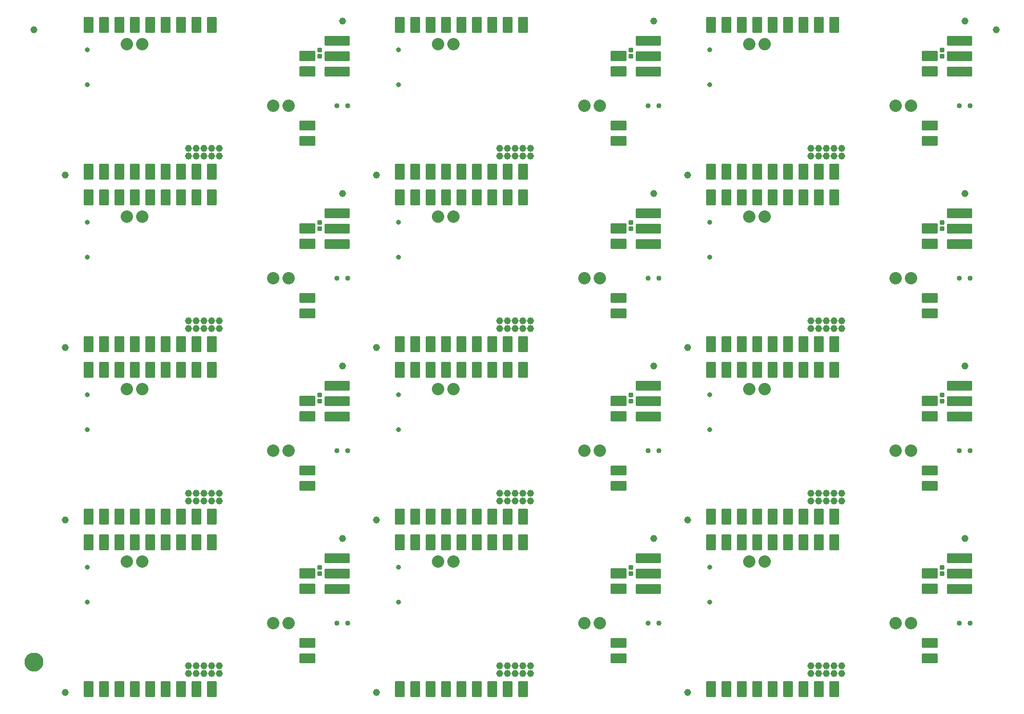
<source format=gbs>
G04 EAGLE Gerber RS-274X export*
G75*
%MOMM*%
%FSLAX34Y34*%
%LPD*%
%INSoldermask Bottom*%
%IPPOS*%
%AMOC8*
5,1,8,0,0,1.08239X$1,22.5*%
G01*
%ADD10C,1.152400*%
%ADD11C,0.264381*%
%ADD12C,2.032000*%
%ADD13C,0.802400*%
%ADD14C,0.255816*%
%ADD15C,0.852400*%
%ADD16C,1.270000*%
%ADD17C,1.652400*%


D10*
X25400Y12700D03*
X482600Y266700D03*
D11*
X70540Y30640D02*
X70540Y6760D01*
X56660Y6760D01*
X56660Y30640D01*
X70540Y30640D01*
X70540Y9272D02*
X56660Y9272D01*
X56660Y11784D02*
X70540Y11784D01*
X70540Y14296D02*
X56660Y14296D01*
X56660Y16808D02*
X70540Y16808D01*
X70540Y19320D02*
X56660Y19320D01*
X56660Y21832D02*
X70540Y21832D01*
X70540Y24344D02*
X56660Y24344D01*
X56660Y26856D02*
X70540Y26856D01*
X70540Y29368D02*
X56660Y29368D01*
X95940Y30640D02*
X95940Y6760D01*
X82060Y6760D01*
X82060Y30640D01*
X95940Y30640D01*
X95940Y9272D02*
X82060Y9272D01*
X82060Y11784D02*
X95940Y11784D01*
X95940Y14296D02*
X82060Y14296D01*
X82060Y16808D02*
X95940Y16808D01*
X95940Y19320D02*
X82060Y19320D01*
X82060Y21832D02*
X95940Y21832D01*
X95940Y24344D02*
X82060Y24344D01*
X82060Y26856D02*
X95940Y26856D01*
X95940Y29368D02*
X82060Y29368D01*
X121340Y30640D02*
X121340Y6760D01*
X107460Y6760D01*
X107460Y30640D01*
X121340Y30640D01*
X121340Y9272D02*
X107460Y9272D01*
X107460Y11784D02*
X121340Y11784D01*
X121340Y14296D02*
X107460Y14296D01*
X107460Y16808D02*
X121340Y16808D01*
X121340Y19320D02*
X107460Y19320D01*
X107460Y21832D02*
X121340Y21832D01*
X121340Y24344D02*
X107460Y24344D01*
X107460Y26856D02*
X121340Y26856D01*
X121340Y29368D02*
X107460Y29368D01*
X146740Y30640D02*
X146740Y6760D01*
X132860Y6760D01*
X132860Y30640D01*
X146740Y30640D01*
X146740Y9272D02*
X132860Y9272D01*
X132860Y11784D02*
X146740Y11784D01*
X146740Y14296D02*
X132860Y14296D01*
X132860Y16808D02*
X146740Y16808D01*
X146740Y19320D02*
X132860Y19320D01*
X132860Y21832D02*
X146740Y21832D01*
X146740Y24344D02*
X132860Y24344D01*
X132860Y26856D02*
X146740Y26856D01*
X146740Y29368D02*
X132860Y29368D01*
X172140Y30640D02*
X172140Y6760D01*
X158260Y6760D01*
X158260Y30640D01*
X172140Y30640D01*
X172140Y9272D02*
X158260Y9272D01*
X158260Y11784D02*
X172140Y11784D01*
X172140Y14296D02*
X158260Y14296D01*
X158260Y16808D02*
X172140Y16808D01*
X172140Y19320D02*
X158260Y19320D01*
X158260Y21832D02*
X172140Y21832D01*
X172140Y24344D02*
X158260Y24344D01*
X158260Y26856D02*
X172140Y26856D01*
X172140Y29368D02*
X158260Y29368D01*
X197540Y30640D02*
X197540Y6760D01*
X183660Y6760D01*
X183660Y30640D01*
X197540Y30640D01*
X197540Y9272D02*
X183660Y9272D01*
X183660Y11784D02*
X197540Y11784D01*
X197540Y14296D02*
X183660Y14296D01*
X183660Y16808D02*
X197540Y16808D01*
X197540Y19320D02*
X183660Y19320D01*
X183660Y21832D02*
X197540Y21832D01*
X197540Y24344D02*
X183660Y24344D01*
X183660Y26856D02*
X197540Y26856D01*
X197540Y29368D02*
X183660Y29368D01*
X222940Y30640D02*
X222940Y6760D01*
X209060Y6760D01*
X209060Y30640D01*
X222940Y30640D01*
X222940Y9272D02*
X209060Y9272D01*
X209060Y11784D02*
X222940Y11784D01*
X222940Y14296D02*
X209060Y14296D01*
X209060Y16808D02*
X222940Y16808D01*
X222940Y19320D02*
X209060Y19320D01*
X209060Y21832D02*
X222940Y21832D01*
X222940Y24344D02*
X209060Y24344D01*
X209060Y26856D02*
X222940Y26856D01*
X222940Y29368D02*
X209060Y29368D01*
X248340Y30640D02*
X248340Y6760D01*
X234460Y6760D01*
X234460Y30640D01*
X248340Y30640D01*
X248340Y9272D02*
X234460Y9272D01*
X234460Y11784D02*
X248340Y11784D01*
X248340Y14296D02*
X234460Y14296D01*
X234460Y16808D02*
X248340Y16808D01*
X248340Y19320D02*
X234460Y19320D01*
X234460Y21832D02*
X248340Y21832D01*
X248340Y24344D02*
X234460Y24344D01*
X234460Y26856D02*
X248340Y26856D01*
X248340Y29368D02*
X234460Y29368D01*
X273740Y30640D02*
X273740Y6760D01*
X259860Y6760D01*
X259860Y30640D01*
X273740Y30640D01*
X273740Y9272D02*
X259860Y9272D01*
X259860Y11784D02*
X273740Y11784D01*
X273740Y14296D02*
X259860Y14296D01*
X259860Y16808D02*
X273740Y16808D01*
X273740Y19320D02*
X259860Y19320D01*
X259860Y21832D02*
X273740Y21832D01*
X273740Y24344D02*
X259860Y24344D01*
X259860Y26856D02*
X273740Y26856D01*
X273740Y29368D02*
X259860Y29368D01*
X56660Y248760D02*
X56660Y272640D01*
X70540Y272640D01*
X70540Y248760D01*
X56660Y248760D01*
X56660Y251272D02*
X70540Y251272D01*
X70540Y253784D02*
X56660Y253784D01*
X56660Y256296D02*
X70540Y256296D01*
X70540Y258808D02*
X56660Y258808D01*
X56660Y261320D02*
X70540Y261320D01*
X70540Y263832D02*
X56660Y263832D01*
X56660Y266344D02*
X70540Y266344D01*
X70540Y268856D02*
X56660Y268856D01*
X56660Y271368D02*
X70540Y271368D01*
X82060Y272640D02*
X82060Y248760D01*
X82060Y272640D02*
X95940Y272640D01*
X95940Y248760D01*
X82060Y248760D01*
X82060Y251272D02*
X95940Y251272D01*
X95940Y253784D02*
X82060Y253784D01*
X82060Y256296D02*
X95940Y256296D01*
X95940Y258808D02*
X82060Y258808D01*
X82060Y261320D02*
X95940Y261320D01*
X95940Y263832D02*
X82060Y263832D01*
X82060Y266344D02*
X95940Y266344D01*
X95940Y268856D02*
X82060Y268856D01*
X82060Y271368D02*
X95940Y271368D01*
X107460Y272640D02*
X107460Y248760D01*
X107460Y272640D02*
X121340Y272640D01*
X121340Y248760D01*
X107460Y248760D01*
X107460Y251272D02*
X121340Y251272D01*
X121340Y253784D02*
X107460Y253784D01*
X107460Y256296D02*
X121340Y256296D01*
X121340Y258808D02*
X107460Y258808D01*
X107460Y261320D02*
X121340Y261320D01*
X121340Y263832D02*
X107460Y263832D01*
X107460Y266344D02*
X121340Y266344D01*
X121340Y268856D02*
X107460Y268856D01*
X107460Y271368D02*
X121340Y271368D01*
X132860Y272640D02*
X132860Y248760D01*
X132860Y272640D02*
X146740Y272640D01*
X146740Y248760D01*
X132860Y248760D01*
X132860Y251272D02*
X146740Y251272D01*
X146740Y253784D02*
X132860Y253784D01*
X132860Y256296D02*
X146740Y256296D01*
X146740Y258808D02*
X132860Y258808D01*
X132860Y261320D02*
X146740Y261320D01*
X146740Y263832D02*
X132860Y263832D01*
X132860Y266344D02*
X146740Y266344D01*
X146740Y268856D02*
X132860Y268856D01*
X132860Y271368D02*
X146740Y271368D01*
X158260Y272640D02*
X158260Y248760D01*
X158260Y272640D02*
X172140Y272640D01*
X172140Y248760D01*
X158260Y248760D01*
X158260Y251272D02*
X172140Y251272D01*
X172140Y253784D02*
X158260Y253784D01*
X158260Y256296D02*
X172140Y256296D01*
X172140Y258808D02*
X158260Y258808D01*
X158260Y261320D02*
X172140Y261320D01*
X172140Y263832D02*
X158260Y263832D01*
X158260Y266344D02*
X172140Y266344D01*
X172140Y268856D02*
X158260Y268856D01*
X158260Y271368D02*
X172140Y271368D01*
X183660Y272640D02*
X183660Y248760D01*
X183660Y272640D02*
X197540Y272640D01*
X197540Y248760D01*
X183660Y248760D01*
X183660Y251272D02*
X197540Y251272D01*
X197540Y253784D02*
X183660Y253784D01*
X183660Y256296D02*
X197540Y256296D01*
X197540Y258808D02*
X183660Y258808D01*
X183660Y261320D02*
X197540Y261320D01*
X197540Y263832D02*
X183660Y263832D01*
X183660Y266344D02*
X197540Y266344D01*
X197540Y268856D02*
X183660Y268856D01*
X183660Y271368D02*
X197540Y271368D01*
X209060Y272640D02*
X209060Y248760D01*
X209060Y272640D02*
X222940Y272640D01*
X222940Y248760D01*
X209060Y248760D01*
X209060Y251272D02*
X222940Y251272D01*
X222940Y253784D02*
X209060Y253784D01*
X209060Y256296D02*
X222940Y256296D01*
X222940Y258808D02*
X209060Y258808D01*
X209060Y261320D02*
X222940Y261320D01*
X222940Y263832D02*
X209060Y263832D01*
X209060Y266344D02*
X222940Y266344D01*
X222940Y268856D02*
X209060Y268856D01*
X209060Y271368D02*
X222940Y271368D01*
X234460Y272640D02*
X234460Y248760D01*
X234460Y272640D02*
X248340Y272640D01*
X248340Y248760D01*
X234460Y248760D01*
X234460Y251272D02*
X248340Y251272D01*
X248340Y253784D02*
X234460Y253784D01*
X234460Y256296D02*
X248340Y256296D01*
X248340Y258808D02*
X234460Y258808D01*
X234460Y261320D02*
X248340Y261320D01*
X248340Y263832D02*
X234460Y263832D01*
X234460Y266344D02*
X248340Y266344D01*
X248340Y268856D02*
X234460Y268856D01*
X234460Y271368D02*
X248340Y271368D01*
X259860Y272640D02*
X259860Y248760D01*
X259860Y272640D02*
X273740Y272640D01*
X273740Y248760D01*
X259860Y248760D01*
X259860Y251272D02*
X273740Y251272D01*
X273740Y253784D02*
X259860Y253784D01*
X259860Y256296D02*
X273740Y256296D01*
X273740Y258808D02*
X259860Y258808D01*
X259860Y261320D02*
X273740Y261320D01*
X273740Y263832D02*
X259860Y263832D01*
X259860Y266344D02*
X273740Y266344D01*
X273740Y268856D02*
X259860Y268856D01*
X259860Y271368D02*
X273740Y271368D01*
X412660Y216640D02*
X436540Y216640D01*
X436540Y202760D01*
X412660Y202760D01*
X412660Y216640D01*
X412660Y205272D02*
X436540Y205272D01*
X436540Y207784D02*
X412660Y207784D01*
X412660Y210296D02*
X436540Y210296D01*
X436540Y212808D02*
X412660Y212808D01*
X412660Y215320D02*
X436540Y215320D01*
X436540Y191240D02*
X412660Y191240D01*
X436540Y191240D02*
X436540Y177360D01*
X412660Y177360D01*
X412660Y191240D01*
X412660Y179872D02*
X436540Y179872D01*
X436540Y182384D02*
X412660Y182384D01*
X412660Y184896D02*
X436540Y184896D01*
X436540Y187408D02*
X412660Y187408D01*
X412660Y189920D02*
X436540Y189920D01*
X436540Y102040D02*
X412660Y102040D01*
X436540Y102040D02*
X436540Y88160D01*
X412660Y88160D01*
X412660Y102040D01*
X412660Y90672D02*
X436540Y90672D01*
X436540Y93184D02*
X412660Y93184D01*
X412660Y95696D02*
X436540Y95696D01*
X436540Y98208D02*
X412660Y98208D01*
X412660Y100720D02*
X436540Y100720D01*
X436540Y76640D02*
X412660Y76640D01*
X436540Y76640D02*
X436540Y62760D01*
X412660Y62760D01*
X412660Y76640D01*
X412660Y65272D02*
X436540Y65272D01*
X436540Y67784D02*
X412660Y67784D01*
X412660Y70296D02*
X436540Y70296D01*
X436540Y72808D02*
X412660Y72808D01*
X412660Y75320D02*
X436540Y75320D01*
D12*
X127000Y228600D03*
X152400Y228600D03*
D13*
X61750Y219400D03*
X61750Y161600D03*
D14*
X442017Y217147D02*
X442017Y222113D01*
X446983Y222113D01*
X446983Y217147D01*
X442017Y217147D01*
X442017Y219577D02*
X446983Y219577D01*
X446983Y222007D02*
X442017Y222007D01*
X442017Y212113D02*
X442017Y207147D01*
X442017Y212113D02*
X446983Y212113D01*
X446983Y207147D01*
X442017Y207147D01*
X442017Y209577D02*
X446983Y209577D01*
X446983Y212007D02*
X442017Y212007D01*
D10*
X241300Y44450D03*
X254000Y44450D03*
X266700Y44450D03*
X279400Y44450D03*
X228600Y44450D03*
X241300Y57150D03*
X254000Y57150D03*
X266700Y57150D03*
X279400Y57150D03*
X228600Y57150D03*
D11*
X493150Y177210D02*
X493150Y191090D01*
X493150Y177210D02*
X454270Y177210D01*
X454270Y191090D01*
X493150Y191090D01*
X493150Y179722D02*
X454270Y179722D01*
X454270Y182234D02*
X493150Y182234D01*
X493150Y184746D02*
X454270Y184746D01*
X454270Y187258D02*
X493150Y187258D01*
X493150Y189770D02*
X454270Y189770D01*
X493150Y202610D02*
X493150Y216490D01*
X493150Y202610D02*
X454270Y202610D01*
X454270Y216490D01*
X493150Y216490D01*
X493150Y205122D02*
X454270Y205122D01*
X454270Y207634D02*
X493150Y207634D01*
X493150Y210146D02*
X454270Y210146D01*
X454270Y212658D02*
X493150Y212658D01*
X493150Y215170D02*
X454270Y215170D01*
X493150Y228010D02*
X493150Y241890D01*
X493150Y228010D02*
X454270Y228010D01*
X454270Y241890D01*
X493150Y241890D01*
X493150Y230522D02*
X454270Y230522D01*
X454270Y233034D02*
X493150Y233034D01*
X493150Y235546D02*
X454270Y235546D01*
X454270Y238058D02*
X493150Y238058D01*
X493150Y240570D02*
X454270Y240570D01*
D15*
X473600Y127000D03*
X491600Y127000D03*
D12*
X368300Y127000D03*
X393700Y127000D03*
D10*
X538480Y12700D03*
X995680Y266700D03*
D11*
X583620Y30640D02*
X583620Y6760D01*
X569740Y6760D01*
X569740Y30640D01*
X583620Y30640D01*
X583620Y9272D02*
X569740Y9272D01*
X569740Y11784D02*
X583620Y11784D01*
X583620Y14296D02*
X569740Y14296D01*
X569740Y16808D02*
X583620Y16808D01*
X583620Y19320D02*
X569740Y19320D01*
X569740Y21832D02*
X583620Y21832D01*
X583620Y24344D02*
X569740Y24344D01*
X569740Y26856D02*
X583620Y26856D01*
X583620Y29368D02*
X569740Y29368D01*
X609020Y30640D02*
X609020Y6760D01*
X595140Y6760D01*
X595140Y30640D01*
X609020Y30640D01*
X609020Y9272D02*
X595140Y9272D01*
X595140Y11784D02*
X609020Y11784D01*
X609020Y14296D02*
X595140Y14296D01*
X595140Y16808D02*
X609020Y16808D01*
X609020Y19320D02*
X595140Y19320D01*
X595140Y21832D02*
X609020Y21832D01*
X609020Y24344D02*
X595140Y24344D01*
X595140Y26856D02*
X609020Y26856D01*
X609020Y29368D02*
X595140Y29368D01*
X634420Y30640D02*
X634420Y6760D01*
X620540Y6760D01*
X620540Y30640D01*
X634420Y30640D01*
X634420Y9272D02*
X620540Y9272D01*
X620540Y11784D02*
X634420Y11784D01*
X634420Y14296D02*
X620540Y14296D01*
X620540Y16808D02*
X634420Y16808D01*
X634420Y19320D02*
X620540Y19320D01*
X620540Y21832D02*
X634420Y21832D01*
X634420Y24344D02*
X620540Y24344D01*
X620540Y26856D02*
X634420Y26856D01*
X634420Y29368D02*
X620540Y29368D01*
X659820Y30640D02*
X659820Y6760D01*
X645940Y6760D01*
X645940Y30640D01*
X659820Y30640D01*
X659820Y9272D02*
X645940Y9272D01*
X645940Y11784D02*
X659820Y11784D01*
X659820Y14296D02*
X645940Y14296D01*
X645940Y16808D02*
X659820Y16808D01*
X659820Y19320D02*
X645940Y19320D01*
X645940Y21832D02*
X659820Y21832D01*
X659820Y24344D02*
X645940Y24344D01*
X645940Y26856D02*
X659820Y26856D01*
X659820Y29368D02*
X645940Y29368D01*
X685220Y30640D02*
X685220Y6760D01*
X671340Y6760D01*
X671340Y30640D01*
X685220Y30640D01*
X685220Y9272D02*
X671340Y9272D01*
X671340Y11784D02*
X685220Y11784D01*
X685220Y14296D02*
X671340Y14296D01*
X671340Y16808D02*
X685220Y16808D01*
X685220Y19320D02*
X671340Y19320D01*
X671340Y21832D02*
X685220Y21832D01*
X685220Y24344D02*
X671340Y24344D01*
X671340Y26856D02*
X685220Y26856D01*
X685220Y29368D02*
X671340Y29368D01*
X710620Y30640D02*
X710620Y6760D01*
X696740Y6760D01*
X696740Y30640D01*
X710620Y30640D01*
X710620Y9272D02*
X696740Y9272D01*
X696740Y11784D02*
X710620Y11784D01*
X710620Y14296D02*
X696740Y14296D01*
X696740Y16808D02*
X710620Y16808D01*
X710620Y19320D02*
X696740Y19320D01*
X696740Y21832D02*
X710620Y21832D01*
X710620Y24344D02*
X696740Y24344D01*
X696740Y26856D02*
X710620Y26856D01*
X710620Y29368D02*
X696740Y29368D01*
X736020Y30640D02*
X736020Y6760D01*
X722140Y6760D01*
X722140Y30640D01*
X736020Y30640D01*
X736020Y9272D02*
X722140Y9272D01*
X722140Y11784D02*
X736020Y11784D01*
X736020Y14296D02*
X722140Y14296D01*
X722140Y16808D02*
X736020Y16808D01*
X736020Y19320D02*
X722140Y19320D01*
X722140Y21832D02*
X736020Y21832D01*
X736020Y24344D02*
X722140Y24344D01*
X722140Y26856D02*
X736020Y26856D01*
X736020Y29368D02*
X722140Y29368D01*
X761420Y30640D02*
X761420Y6760D01*
X747540Y6760D01*
X747540Y30640D01*
X761420Y30640D01*
X761420Y9272D02*
X747540Y9272D01*
X747540Y11784D02*
X761420Y11784D01*
X761420Y14296D02*
X747540Y14296D01*
X747540Y16808D02*
X761420Y16808D01*
X761420Y19320D02*
X747540Y19320D01*
X747540Y21832D02*
X761420Y21832D01*
X761420Y24344D02*
X747540Y24344D01*
X747540Y26856D02*
X761420Y26856D01*
X761420Y29368D02*
X747540Y29368D01*
X786820Y30640D02*
X786820Y6760D01*
X772940Y6760D01*
X772940Y30640D01*
X786820Y30640D01*
X786820Y9272D02*
X772940Y9272D01*
X772940Y11784D02*
X786820Y11784D01*
X786820Y14296D02*
X772940Y14296D01*
X772940Y16808D02*
X786820Y16808D01*
X786820Y19320D02*
X772940Y19320D01*
X772940Y21832D02*
X786820Y21832D01*
X786820Y24344D02*
X772940Y24344D01*
X772940Y26856D02*
X786820Y26856D01*
X786820Y29368D02*
X772940Y29368D01*
X569740Y248760D02*
X569740Y272640D01*
X583620Y272640D01*
X583620Y248760D01*
X569740Y248760D01*
X569740Y251272D02*
X583620Y251272D01*
X583620Y253784D02*
X569740Y253784D01*
X569740Y256296D02*
X583620Y256296D01*
X583620Y258808D02*
X569740Y258808D01*
X569740Y261320D02*
X583620Y261320D01*
X583620Y263832D02*
X569740Y263832D01*
X569740Y266344D02*
X583620Y266344D01*
X583620Y268856D02*
X569740Y268856D01*
X569740Y271368D02*
X583620Y271368D01*
X595140Y272640D02*
X595140Y248760D01*
X595140Y272640D02*
X609020Y272640D01*
X609020Y248760D01*
X595140Y248760D01*
X595140Y251272D02*
X609020Y251272D01*
X609020Y253784D02*
X595140Y253784D01*
X595140Y256296D02*
X609020Y256296D01*
X609020Y258808D02*
X595140Y258808D01*
X595140Y261320D02*
X609020Y261320D01*
X609020Y263832D02*
X595140Y263832D01*
X595140Y266344D02*
X609020Y266344D01*
X609020Y268856D02*
X595140Y268856D01*
X595140Y271368D02*
X609020Y271368D01*
X620540Y272640D02*
X620540Y248760D01*
X620540Y272640D02*
X634420Y272640D01*
X634420Y248760D01*
X620540Y248760D01*
X620540Y251272D02*
X634420Y251272D01*
X634420Y253784D02*
X620540Y253784D01*
X620540Y256296D02*
X634420Y256296D01*
X634420Y258808D02*
X620540Y258808D01*
X620540Y261320D02*
X634420Y261320D01*
X634420Y263832D02*
X620540Y263832D01*
X620540Y266344D02*
X634420Y266344D01*
X634420Y268856D02*
X620540Y268856D01*
X620540Y271368D02*
X634420Y271368D01*
X645940Y272640D02*
X645940Y248760D01*
X645940Y272640D02*
X659820Y272640D01*
X659820Y248760D01*
X645940Y248760D01*
X645940Y251272D02*
X659820Y251272D01*
X659820Y253784D02*
X645940Y253784D01*
X645940Y256296D02*
X659820Y256296D01*
X659820Y258808D02*
X645940Y258808D01*
X645940Y261320D02*
X659820Y261320D01*
X659820Y263832D02*
X645940Y263832D01*
X645940Y266344D02*
X659820Y266344D01*
X659820Y268856D02*
X645940Y268856D01*
X645940Y271368D02*
X659820Y271368D01*
X671340Y272640D02*
X671340Y248760D01*
X671340Y272640D02*
X685220Y272640D01*
X685220Y248760D01*
X671340Y248760D01*
X671340Y251272D02*
X685220Y251272D01*
X685220Y253784D02*
X671340Y253784D01*
X671340Y256296D02*
X685220Y256296D01*
X685220Y258808D02*
X671340Y258808D01*
X671340Y261320D02*
X685220Y261320D01*
X685220Y263832D02*
X671340Y263832D01*
X671340Y266344D02*
X685220Y266344D01*
X685220Y268856D02*
X671340Y268856D01*
X671340Y271368D02*
X685220Y271368D01*
X696740Y272640D02*
X696740Y248760D01*
X696740Y272640D02*
X710620Y272640D01*
X710620Y248760D01*
X696740Y248760D01*
X696740Y251272D02*
X710620Y251272D01*
X710620Y253784D02*
X696740Y253784D01*
X696740Y256296D02*
X710620Y256296D01*
X710620Y258808D02*
X696740Y258808D01*
X696740Y261320D02*
X710620Y261320D01*
X710620Y263832D02*
X696740Y263832D01*
X696740Y266344D02*
X710620Y266344D01*
X710620Y268856D02*
X696740Y268856D01*
X696740Y271368D02*
X710620Y271368D01*
X722140Y272640D02*
X722140Y248760D01*
X722140Y272640D02*
X736020Y272640D01*
X736020Y248760D01*
X722140Y248760D01*
X722140Y251272D02*
X736020Y251272D01*
X736020Y253784D02*
X722140Y253784D01*
X722140Y256296D02*
X736020Y256296D01*
X736020Y258808D02*
X722140Y258808D01*
X722140Y261320D02*
X736020Y261320D01*
X736020Y263832D02*
X722140Y263832D01*
X722140Y266344D02*
X736020Y266344D01*
X736020Y268856D02*
X722140Y268856D01*
X722140Y271368D02*
X736020Y271368D01*
X747540Y272640D02*
X747540Y248760D01*
X747540Y272640D02*
X761420Y272640D01*
X761420Y248760D01*
X747540Y248760D01*
X747540Y251272D02*
X761420Y251272D01*
X761420Y253784D02*
X747540Y253784D01*
X747540Y256296D02*
X761420Y256296D01*
X761420Y258808D02*
X747540Y258808D01*
X747540Y261320D02*
X761420Y261320D01*
X761420Y263832D02*
X747540Y263832D01*
X747540Y266344D02*
X761420Y266344D01*
X761420Y268856D02*
X747540Y268856D01*
X747540Y271368D02*
X761420Y271368D01*
X772940Y272640D02*
X772940Y248760D01*
X772940Y272640D02*
X786820Y272640D01*
X786820Y248760D01*
X772940Y248760D01*
X772940Y251272D02*
X786820Y251272D01*
X786820Y253784D02*
X772940Y253784D01*
X772940Y256296D02*
X786820Y256296D01*
X786820Y258808D02*
X772940Y258808D01*
X772940Y261320D02*
X786820Y261320D01*
X786820Y263832D02*
X772940Y263832D01*
X772940Y266344D02*
X786820Y266344D01*
X786820Y268856D02*
X772940Y268856D01*
X772940Y271368D02*
X786820Y271368D01*
X925740Y216640D02*
X949620Y216640D01*
X949620Y202760D01*
X925740Y202760D01*
X925740Y216640D01*
X925740Y205272D02*
X949620Y205272D01*
X949620Y207784D02*
X925740Y207784D01*
X925740Y210296D02*
X949620Y210296D01*
X949620Y212808D02*
X925740Y212808D01*
X925740Y215320D02*
X949620Y215320D01*
X949620Y191240D02*
X925740Y191240D01*
X949620Y191240D02*
X949620Y177360D01*
X925740Y177360D01*
X925740Y191240D01*
X925740Y179872D02*
X949620Y179872D01*
X949620Y182384D02*
X925740Y182384D01*
X925740Y184896D02*
X949620Y184896D01*
X949620Y187408D02*
X925740Y187408D01*
X925740Y189920D02*
X949620Y189920D01*
X949620Y102040D02*
X925740Y102040D01*
X949620Y102040D02*
X949620Y88160D01*
X925740Y88160D01*
X925740Y102040D01*
X925740Y90672D02*
X949620Y90672D01*
X949620Y93184D02*
X925740Y93184D01*
X925740Y95696D02*
X949620Y95696D01*
X949620Y98208D02*
X925740Y98208D01*
X925740Y100720D02*
X949620Y100720D01*
X949620Y76640D02*
X925740Y76640D01*
X949620Y76640D02*
X949620Y62760D01*
X925740Y62760D01*
X925740Y76640D01*
X925740Y65272D02*
X949620Y65272D01*
X949620Y67784D02*
X925740Y67784D01*
X925740Y70296D02*
X949620Y70296D01*
X949620Y72808D02*
X925740Y72808D01*
X925740Y75320D02*
X949620Y75320D01*
D12*
X640080Y228600D03*
X665480Y228600D03*
D13*
X574830Y219400D03*
X574830Y161600D03*
D14*
X955097Y217147D02*
X955097Y222113D01*
X960063Y222113D01*
X960063Y217147D01*
X955097Y217147D01*
X955097Y219577D02*
X960063Y219577D01*
X960063Y222007D02*
X955097Y222007D01*
X955097Y212113D02*
X955097Y207147D01*
X955097Y212113D02*
X960063Y212113D01*
X960063Y207147D01*
X955097Y207147D01*
X955097Y209577D02*
X960063Y209577D01*
X960063Y212007D02*
X955097Y212007D01*
D10*
X754380Y44450D03*
X767080Y44450D03*
X779780Y44450D03*
X792480Y44450D03*
X741680Y44450D03*
X754380Y57150D03*
X767080Y57150D03*
X779780Y57150D03*
X792480Y57150D03*
X741680Y57150D03*
D11*
X1006230Y177210D02*
X1006230Y191090D01*
X1006230Y177210D02*
X967350Y177210D01*
X967350Y191090D01*
X1006230Y191090D01*
X1006230Y179722D02*
X967350Y179722D01*
X967350Y182234D02*
X1006230Y182234D01*
X1006230Y184746D02*
X967350Y184746D01*
X967350Y187258D02*
X1006230Y187258D01*
X1006230Y189770D02*
X967350Y189770D01*
X1006230Y202610D02*
X1006230Y216490D01*
X1006230Y202610D02*
X967350Y202610D01*
X967350Y216490D01*
X1006230Y216490D01*
X1006230Y205122D02*
X967350Y205122D01*
X967350Y207634D02*
X1006230Y207634D01*
X1006230Y210146D02*
X967350Y210146D01*
X967350Y212658D02*
X1006230Y212658D01*
X1006230Y215170D02*
X967350Y215170D01*
X1006230Y228010D02*
X1006230Y241890D01*
X1006230Y228010D02*
X967350Y228010D01*
X967350Y241890D01*
X1006230Y241890D01*
X1006230Y230522D02*
X967350Y230522D01*
X967350Y233034D02*
X1006230Y233034D01*
X1006230Y235546D02*
X967350Y235546D01*
X967350Y238058D02*
X1006230Y238058D01*
X1006230Y240570D02*
X967350Y240570D01*
D15*
X986680Y127000D03*
X1004680Y127000D03*
D12*
X881380Y127000D03*
X906780Y127000D03*
D10*
X1051560Y12700D03*
X1508760Y266700D03*
D11*
X1096700Y30640D02*
X1096700Y6760D01*
X1082820Y6760D01*
X1082820Y30640D01*
X1096700Y30640D01*
X1096700Y9272D02*
X1082820Y9272D01*
X1082820Y11784D02*
X1096700Y11784D01*
X1096700Y14296D02*
X1082820Y14296D01*
X1082820Y16808D02*
X1096700Y16808D01*
X1096700Y19320D02*
X1082820Y19320D01*
X1082820Y21832D02*
X1096700Y21832D01*
X1096700Y24344D02*
X1082820Y24344D01*
X1082820Y26856D02*
X1096700Y26856D01*
X1096700Y29368D02*
X1082820Y29368D01*
X1122100Y30640D02*
X1122100Y6760D01*
X1108220Y6760D01*
X1108220Y30640D01*
X1122100Y30640D01*
X1122100Y9272D02*
X1108220Y9272D01*
X1108220Y11784D02*
X1122100Y11784D01*
X1122100Y14296D02*
X1108220Y14296D01*
X1108220Y16808D02*
X1122100Y16808D01*
X1122100Y19320D02*
X1108220Y19320D01*
X1108220Y21832D02*
X1122100Y21832D01*
X1122100Y24344D02*
X1108220Y24344D01*
X1108220Y26856D02*
X1122100Y26856D01*
X1122100Y29368D02*
X1108220Y29368D01*
X1147500Y30640D02*
X1147500Y6760D01*
X1133620Y6760D01*
X1133620Y30640D01*
X1147500Y30640D01*
X1147500Y9272D02*
X1133620Y9272D01*
X1133620Y11784D02*
X1147500Y11784D01*
X1147500Y14296D02*
X1133620Y14296D01*
X1133620Y16808D02*
X1147500Y16808D01*
X1147500Y19320D02*
X1133620Y19320D01*
X1133620Y21832D02*
X1147500Y21832D01*
X1147500Y24344D02*
X1133620Y24344D01*
X1133620Y26856D02*
X1147500Y26856D01*
X1147500Y29368D02*
X1133620Y29368D01*
X1172900Y30640D02*
X1172900Y6760D01*
X1159020Y6760D01*
X1159020Y30640D01*
X1172900Y30640D01*
X1172900Y9272D02*
X1159020Y9272D01*
X1159020Y11784D02*
X1172900Y11784D01*
X1172900Y14296D02*
X1159020Y14296D01*
X1159020Y16808D02*
X1172900Y16808D01*
X1172900Y19320D02*
X1159020Y19320D01*
X1159020Y21832D02*
X1172900Y21832D01*
X1172900Y24344D02*
X1159020Y24344D01*
X1159020Y26856D02*
X1172900Y26856D01*
X1172900Y29368D02*
X1159020Y29368D01*
X1198300Y30640D02*
X1198300Y6760D01*
X1184420Y6760D01*
X1184420Y30640D01*
X1198300Y30640D01*
X1198300Y9272D02*
X1184420Y9272D01*
X1184420Y11784D02*
X1198300Y11784D01*
X1198300Y14296D02*
X1184420Y14296D01*
X1184420Y16808D02*
X1198300Y16808D01*
X1198300Y19320D02*
X1184420Y19320D01*
X1184420Y21832D02*
X1198300Y21832D01*
X1198300Y24344D02*
X1184420Y24344D01*
X1184420Y26856D02*
X1198300Y26856D01*
X1198300Y29368D02*
X1184420Y29368D01*
X1223700Y30640D02*
X1223700Y6760D01*
X1209820Y6760D01*
X1209820Y30640D01*
X1223700Y30640D01*
X1223700Y9272D02*
X1209820Y9272D01*
X1209820Y11784D02*
X1223700Y11784D01*
X1223700Y14296D02*
X1209820Y14296D01*
X1209820Y16808D02*
X1223700Y16808D01*
X1223700Y19320D02*
X1209820Y19320D01*
X1209820Y21832D02*
X1223700Y21832D01*
X1223700Y24344D02*
X1209820Y24344D01*
X1209820Y26856D02*
X1223700Y26856D01*
X1223700Y29368D02*
X1209820Y29368D01*
X1249100Y30640D02*
X1249100Y6760D01*
X1235220Y6760D01*
X1235220Y30640D01*
X1249100Y30640D01*
X1249100Y9272D02*
X1235220Y9272D01*
X1235220Y11784D02*
X1249100Y11784D01*
X1249100Y14296D02*
X1235220Y14296D01*
X1235220Y16808D02*
X1249100Y16808D01*
X1249100Y19320D02*
X1235220Y19320D01*
X1235220Y21832D02*
X1249100Y21832D01*
X1249100Y24344D02*
X1235220Y24344D01*
X1235220Y26856D02*
X1249100Y26856D01*
X1249100Y29368D02*
X1235220Y29368D01*
X1274500Y30640D02*
X1274500Y6760D01*
X1260620Y6760D01*
X1260620Y30640D01*
X1274500Y30640D01*
X1274500Y9272D02*
X1260620Y9272D01*
X1260620Y11784D02*
X1274500Y11784D01*
X1274500Y14296D02*
X1260620Y14296D01*
X1260620Y16808D02*
X1274500Y16808D01*
X1274500Y19320D02*
X1260620Y19320D01*
X1260620Y21832D02*
X1274500Y21832D01*
X1274500Y24344D02*
X1260620Y24344D01*
X1260620Y26856D02*
X1274500Y26856D01*
X1274500Y29368D02*
X1260620Y29368D01*
X1299900Y30640D02*
X1299900Y6760D01*
X1286020Y6760D01*
X1286020Y30640D01*
X1299900Y30640D01*
X1299900Y9272D02*
X1286020Y9272D01*
X1286020Y11784D02*
X1299900Y11784D01*
X1299900Y14296D02*
X1286020Y14296D01*
X1286020Y16808D02*
X1299900Y16808D01*
X1299900Y19320D02*
X1286020Y19320D01*
X1286020Y21832D02*
X1299900Y21832D01*
X1299900Y24344D02*
X1286020Y24344D01*
X1286020Y26856D02*
X1299900Y26856D01*
X1299900Y29368D02*
X1286020Y29368D01*
X1082820Y248760D02*
X1082820Y272640D01*
X1096700Y272640D01*
X1096700Y248760D01*
X1082820Y248760D01*
X1082820Y251272D02*
X1096700Y251272D01*
X1096700Y253784D02*
X1082820Y253784D01*
X1082820Y256296D02*
X1096700Y256296D01*
X1096700Y258808D02*
X1082820Y258808D01*
X1082820Y261320D02*
X1096700Y261320D01*
X1096700Y263832D02*
X1082820Y263832D01*
X1082820Y266344D02*
X1096700Y266344D01*
X1096700Y268856D02*
X1082820Y268856D01*
X1082820Y271368D02*
X1096700Y271368D01*
X1108220Y272640D02*
X1108220Y248760D01*
X1108220Y272640D02*
X1122100Y272640D01*
X1122100Y248760D01*
X1108220Y248760D01*
X1108220Y251272D02*
X1122100Y251272D01*
X1122100Y253784D02*
X1108220Y253784D01*
X1108220Y256296D02*
X1122100Y256296D01*
X1122100Y258808D02*
X1108220Y258808D01*
X1108220Y261320D02*
X1122100Y261320D01*
X1122100Y263832D02*
X1108220Y263832D01*
X1108220Y266344D02*
X1122100Y266344D01*
X1122100Y268856D02*
X1108220Y268856D01*
X1108220Y271368D02*
X1122100Y271368D01*
X1133620Y272640D02*
X1133620Y248760D01*
X1133620Y272640D02*
X1147500Y272640D01*
X1147500Y248760D01*
X1133620Y248760D01*
X1133620Y251272D02*
X1147500Y251272D01*
X1147500Y253784D02*
X1133620Y253784D01*
X1133620Y256296D02*
X1147500Y256296D01*
X1147500Y258808D02*
X1133620Y258808D01*
X1133620Y261320D02*
X1147500Y261320D01*
X1147500Y263832D02*
X1133620Y263832D01*
X1133620Y266344D02*
X1147500Y266344D01*
X1147500Y268856D02*
X1133620Y268856D01*
X1133620Y271368D02*
X1147500Y271368D01*
X1159020Y272640D02*
X1159020Y248760D01*
X1159020Y272640D02*
X1172900Y272640D01*
X1172900Y248760D01*
X1159020Y248760D01*
X1159020Y251272D02*
X1172900Y251272D01*
X1172900Y253784D02*
X1159020Y253784D01*
X1159020Y256296D02*
X1172900Y256296D01*
X1172900Y258808D02*
X1159020Y258808D01*
X1159020Y261320D02*
X1172900Y261320D01*
X1172900Y263832D02*
X1159020Y263832D01*
X1159020Y266344D02*
X1172900Y266344D01*
X1172900Y268856D02*
X1159020Y268856D01*
X1159020Y271368D02*
X1172900Y271368D01*
X1184420Y272640D02*
X1184420Y248760D01*
X1184420Y272640D02*
X1198300Y272640D01*
X1198300Y248760D01*
X1184420Y248760D01*
X1184420Y251272D02*
X1198300Y251272D01*
X1198300Y253784D02*
X1184420Y253784D01*
X1184420Y256296D02*
X1198300Y256296D01*
X1198300Y258808D02*
X1184420Y258808D01*
X1184420Y261320D02*
X1198300Y261320D01*
X1198300Y263832D02*
X1184420Y263832D01*
X1184420Y266344D02*
X1198300Y266344D01*
X1198300Y268856D02*
X1184420Y268856D01*
X1184420Y271368D02*
X1198300Y271368D01*
X1209820Y272640D02*
X1209820Y248760D01*
X1209820Y272640D02*
X1223700Y272640D01*
X1223700Y248760D01*
X1209820Y248760D01*
X1209820Y251272D02*
X1223700Y251272D01*
X1223700Y253784D02*
X1209820Y253784D01*
X1209820Y256296D02*
X1223700Y256296D01*
X1223700Y258808D02*
X1209820Y258808D01*
X1209820Y261320D02*
X1223700Y261320D01*
X1223700Y263832D02*
X1209820Y263832D01*
X1209820Y266344D02*
X1223700Y266344D01*
X1223700Y268856D02*
X1209820Y268856D01*
X1209820Y271368D02*
X1223700Y271368D01*
X1235220Y272640D02*
X1235220Y248760D01*
X1235220Y272640D02*
X1249100Y272640D01*
X1249100Y248760D01*
X1235220Y248760D01*
X1235220Y251272D02*
X1249100Y251272D01*
X1249100Y253784D02*
X1235220Y253784D01*
X1235220Y256296D02*
X1249100Y256296D01*
X1249100Y258808D02*
X1235220Y258808D01*
X1235220Y261320D02*
X1249100Y261320D01*
X1249100Y263832D02*
X1235220Y263832D01*
X1235220Y266344D02*
X1249100Y266344D01*
X1249100Y268856D02*
X1235220Y268856D01*
X1235220Y271368D02*
X1249100Y271368D01*
X1260620Y272640D02*
X1260620Y248760D01*
X1260620Y272640D02*
X1274500Y272640D01*
X1274500Y248760D01*
X1260620Y248760D01*
X1260620Y251272D02*
X1274500Y251272D01*
X1274500Y253784D02*
X1260620Y253784D01*
X1260620Y256296D02*
X1274500Y256296D01*
X1274500Y258808D02*
X1260620Y258808D01*
X1260620Y261320D02*
X1274500Y261320D01*
X1274500Y263832D02*
X1260620Y263832D01*
X1260620Y266344D02*
X1274500Y266344D01*
X1274500Y268856D02*
X1260620Y268856D01*
X1260620Y271368D02*
X1274500Y271368D01*
X1286020Y272640D02*
X1286020Y248760D01*
X1286020Y272640D02*
X1299900Y272640D01*
X1299900Y248760D01*
X1286020Y248760D01*
X1286020Y251272D02*
X1299900Y251272D01*
X1299900Y253784D02*
X1286020Y253784D01*
X1286020Y256296D02*
X1299900Y256296D01*
X1299900Y258808D02*
X1286020Y258808D01*
X1286020Y261320D02*
X1299900Y261320D01*
X1299900Y263832D02*
X1286020Y263832D01*
X1286020Y266344D02*
X1299900Y266344D01*
X1299900Y268856D02*
X1286020Y268856D01*
X1286020Y271368D02*
X1299900Y271368D01*
X1438820Y216640D02*
X1462700Y216640D01*
X1462700Y202760D01*
X1438820Y202760D01*
X1438820Y216640D01*
X1438820Y205272D02*
X1462700Y205272D01*
X1462700Y207784D02*
X1438820Y207784D01*
X1438820Y210296D02*
X1462700Y210296D01*
X1462700Y212808D02*
X1438820Y212808D01*
X1438820Y215320D02*
X1462700Y215320D01*
X1462700Y191240D02*
X1438820Y191240D01*
X1462700Y191240D02*
X1462700Y177360D01*
X1438820Y177360D01*
X1438820Y191240D01*
X1438820Y179872D02*
X1462700Y179872D01*
X1462700Y182384D02*
X1438820Y182384D01*
X1438820Y184896D02*
X1462700Y184896D01*
X1462700Y187408D02*
X1438820Y187408D01*
X1438820Y189920D02*
X1462700Y189920D01*
X1462700Y102040D02*
X1438820Y102040D01*
X1462700Y102040D02*
X1462700Y88160D01*
X1438820Y88160D01*
X1438820Y102040D01*
X1438820Y90672D02*
X1462700Y90672D01*
X1462700Y93184D02*
X1438820Y93184D01*
X1438820Y95696D02*
X1462700Y95696D01*
X1462700Y98208D02*
X1438820Y98208D01*
X1438820Y100720D02*
X1462700Y100720D01*
X1462700Y76640D02*
X1438820Y76640D01*
X1462700Y76640D02*
X1462700Y62760D01*
X1438820Y62760D01*
X1438820Y76640D01*
X1438820Y65272D02*
X1462700Y65272D01*
X1462700Y67784D02*
X1438820Y67784D01*
X1438820Y70296D02*
X1462700Y70296D01*
X1462700Y72808D02*
X1438820Y72808D01*
X1438820Y75320D02*
X1462700Y75320D01*
D12*
X1153160Y228600D03*
X1178560Y228600D03*
D13*
X1087910Y219400D03*
X1087910Y161600D03*
D14*
X1468177Y217147D02*
X1468177Y222113D01*
X1473143Y222113D01*
X1473143Y217147D01*
X1468177Y217147D01*
X1468177Y219577D02*
X1473143Y219577D01*
X1473143Y222007D02*
X1468177Y222007D01*
X1468177Y212113D02*
X1468177Y207147D01*
X1468177Y212113D02*
X1473143Y212113D01*
X1473143Y207147D01*
X1468177Y207147D01*
X1468177Y209577D02*
X1473143Y209577D01*
X1473143Y212007D02*
X1468177Y212007D01*
D10*
X1267460Y44450D03*
X1280160Y44450D03*
X1292860Y44450D03*
X1305560Y44450D03*
X1254760Y44450D03*
X1267460Y57150D03*
X1280160Y57150D03*
X1292860Y57150D03*
X1305560Y57150D03*
X1254760Y57150D03*
D11*
X1519310Y177210D02*
X1519310Y191090D01*
X1519310Y177210D02*
X1480430Y177210D01*
X1480430Y191090D01*
X1519310Y191090D01*
X1519310Y179722D02*
X1480430Y179722D01*
X1480430Y182234D02*
X1519310Y182234D01*
X1519310Y184746D02*
X1480430Y184746D01*
X1480430Y187258D02*
X1519310Y187258D01*
X1519310Y189770D02*
X1480430Y189770D01*
X1519310Y202610D02*
X1519310Y216490D01*
X1519310Y202610D02*
X1480430Y202610D01*
X1480430Y216490D01*
X1519310Y216490D01*
X1519310Y205122D02*
X1480430Y205122D01*
X1480430Y207634D02*
X1519310Y207634D01*
X1519310Y210146D02*
X1480430Y210146D01*
X1480430Y212658D02*
X1519310Y212658D01*
X1519310Y215170D02*
X1480430Y215170D01*
X1519310Y228010D02*
X1519310Y241890D01*
X1519310Y228010D02*
X1480430Y228010D01*
X1480430Y241890D01*
X1519310Y241890D01*
X1519310Y230522D02*
X1480430Y230522D01*
X1480430Y233034D02*
X1519310Y233034D01*
X1519310Y235546D02*
X1480430Y235546D01*
X1480430Y238058D02*
X1519310Y238058D01*
X1519310Y240570D02*
X1480430Y240570D01*
D15*
X1499760Y127000D03*
X1517760Y127000D03*
D12*
X1394460Y127000D03*
X1419860Y127000D03*
D10*
X25400Y297180D03*
X482600Y551180D03*
D11*
X70540Y315120D02*
X70540Y291240D01*
X56660Y291240D01*
X56660Y315120D01*
X70540Y315120D01*
X70540Y293752D02*
X56660Y293752D01*
X56660Y296264D02*
X70540Y296264D01*
X70540Y298776D02*
X56660Y298776D01*
X56660Y301288D02*
X70540Y301288D01*
X70540Y303800D02*
X56660Y303800D01*
X56660Y306312D02*
X70540Y306312D01*
X70540Y308824D02*
X56660Y308824D01*
X56660Y311336D02*
X70540Y311336D01*
X70540Y313848D02*
X56660Y313848D01*
X95940Y315120D02*
X95940Y291240D01*
X82060Y291240D01*
X82060Y315120D01*
X95940Y315120D01*
X95940Y293752D02*
X82060Y293752D01*
X82060Y296264D02*
X95940Y296264D01*
X95940Y298776D02*
X82060Y298776D01*
X82060Y301288D02*
X95940Y301288D01*
X95940Y303800D02*
X82060Y303800D01*
X82060Y306312D02*
X95940Y306312D01*
X95940Y308824D02*
X82060Y308824D01*
X82060Y311336D02*
X95940Y311336D01*
X95940Y313848D02*
X82060Y313848D01*
X121340Y315120D02*
X121340Y291240D01*
X107460Y291240D01*
X107460Y315120D01*
X121340Y315120D01*
X121340Y293752D02*
X107460Y293752D01*
X107460Y296264D02*
X121340Y296264D01*
X121340Y298776D02*
X107460Y298776D01*
X107460Y301288D02*
X121340Y301288D01*
X121340Y303800D02*
X107460Y303800D01*
X107460Y306312D02*
X121340Y306312D01*
X121340Y308824D02*
X107460Y308824D01*
X107460Y311336D02*
X121340Y311336D01*
X121340Y313848D02*
X107460Y313848D01*
X146740Y315120D02*
X146740Y291240D01*
X132860Y291240D01*
X132860Y315120D01*
X146740Y315120D01*
X146740Y293752D02*
X132860Y293752D01*
X132860Y296264D02*
X146740Y296264D01*
X146740Y298776D02*
X132860Y298776D01*
X132860Y301288D02*
X146740Y301288D01*
X146740Y303800D02*
X132860Y303800D01*
X132860Y306312D02*
X146740Y306312D01*
X146740Y308824D02*
X132860Y308824D01*
X132860Y311336D02*
X146740Y311336D01*
X146740Y313848D02*
X132860Y313848D01*
X172140Y315120D02*
X172140Y291240D01*
X158260Y291240D01*
X158260Y315120D01*
X172140Y315120D01*
X172140Y293752D02*
X158260Y293752D01*
X158260Y296264D02*
X172140Y296264D01*
X172140Y298776D02*
X158260Y298776D01*
X158260Y301288D02*
X172140Y301288D01*
X172140Y303800D02*
X158260Y303800D01*
X158260Y306312D02*
X172140Y306312D01*
X172140Y308824D02*
X158260Y308824D01*
X158260Y311336D02*
X172140Y311336D01*
X172140Y313848D02*
X158260Y313848D01*
X197540Y315120D02*
X197540Y291240D01*
X183660Y291240D01*
X183660Y315120D01*
X197540Y315120D01*
X197540Y293752D02*
X183660Y293752D01*
X183660Y296264D02*
X197540Y296264D01*
X197540Y298776D02*
X183660Y298776D01*
X183660Y301288D02*
X197540Y301288D01*
X197540Y303800D02*
X183660Y303800D01*
X183660Y306312D02*
X197540Y306312D01*
X197540Y308824D02*
X183660Y308824D01*
X183660Y311336D02*
X197540Y311336D01*
X197540Y313848D02*
X183660Y313848D01*
X222940Y315120D02*
X222940Y291240D01*
X209060Y291240D01*
X209060Y315120D01*
X222940Y315120D01*
X222940Y293752D02*
X209060Y293752D01*
X209060Y296264D02*
X222940Y296264D01*
X222940Y298776D02*
X209060Y298776D01*
X209060Y301288D02*
X222940Y301288D01*
X222940Y303800D02*
X209060Y303800D01*
X209060Y306312D02*
X222940Y306312D01*
X222940Y308824D02*
X209060Y308824D01*
X209060Y311336D02*
X222940Y311336D01*
X222940Y313848D02*
X209060Y313848D01*
X248340Y315120D02*
X248340Y291240D01*
X234460Y291240D01*
X234460Y315120D01*
X248340Y315120D01*
X248340Y293752D02*
X234460Y293752D01*
X234460Y296264D02*
X248340Y296264D01*
X248340Y298776D02*
X234460Y298776D01*
X234460Y301288D02*
X248340Y301288D01*
X248340Y303800D02*
X234460Y303800D01*
X234460Y306312D02*
X248340Y306312D01*
X248340Y308824D02*
X234460Y308824D01*
X234460Y311336D02*
X248340Y311336D01*
X248340Y313848D02*
X234460Y313848D01*
X273740Y315120D02*
X273740Y291240D01*
X259860Y291240D01*
X259860Y315120D01*
X273740Y315120D01*
X273740Y293752D02*
X259860Y293752D01*
X259860Y296264D02*
X273740Y296264D01*
X273740Y298776D02*
X259860Y298776D01*
X259860Y301288D02*
X273740Y301288D01*
X273740Y303800D02*
X259860Y303800D01*
X259860Y306312D02*
X273740Y306312D01*
X273740Y308824D02*
X259860Y308824D01*
X259860Y311336D02*
X273740Y311336D01*
X273740Y313848D02*
X259860Y313848D01*
X56660Y533240D02*
X56660Y557120D01*
X70540Y557120D01*
X70540Y533240D01*
X56660Y533240D01*
X56660Y535752D02*
X70540Y535752D01*
X70540Y538264D02*
X56660Y538264D01*
X56660Y540776D02*
X70540Y540776D01*
X70540Y543288D02*
X56660Y543288D01*
X56660Y545800D02*
X70540Y545800D01*
X70540Y548312D02*
X56660Y548312D01*
X56660Y550824D02*
X70540Y550824D01*
X70540Y553336D02*
X56660Y553336D01*
X56660Y555848D02*
X70540Y555848D01*
X82060Y557120D02*
X82060Y533240D01*
X82060Y557120D02*
X95940Y557120D01*
X95940Y533240D01*
X82060Y533240D01*
X82060Y535752D02*
X95940Y535752D01*
X95940Y538264D02*
X82060Y538264D01*
X82060Y540776D02*
X95940Y540776D01*
X95940Y543288D02*
X82060Y543288D01*
X82060Y545800D02*
X95940Y545800D01*
X95940Y548312D02*
X82060Y548312D01*
X82060Y550824D02*
X95940Y550824D01*
X95940Y553336D02*
X82060Y553336D01*
X82060Y555848D02*
X95940Y555848D01*
X107460Y557120D02*
X107460Y533240D01*
X107460Y557120D02*
X121340Y557120D01*
X121340Y533240D01*
X107460Y533240D01*
X107460Y535752D02*
X121340Y535752D01*
X121340Y538264D02*
X107460Y538264D01*
X107460Y540776D02*
X121340Y540776D01*
X121340Y543288D02*
X107460Y543288D01*
X107460Y545800D02*
X121340Y545800D01*
X121340Y548312D02*
X107460Y548312D01*
X107460Y550824D02*
X121340Y550824D01*
X121340Y553336D02*
X107460Y553336D01*
X107460Y555848D02*
X121340Y555848D01*
X132860Y557120D02*
X132860Y533240D01*
X132860Y557120D02*
X146740Y557120D01*
X146740Y533240D01*
X132860Y533240D01*
X132860Y535752D02*
X146740Y535752D01*
X146740Y538264D02*
X132860Y538264D01*
X132860Y540776D02*
X146740Y540776D01*
X146740Y543288D02*
X132860Y543288D01*
X132860Y545800D02*
X146740Y545800D01*
X146740Y548312D02*
X132860Y548312D01*
X132860Y550824D02*
X146740Y550824D01*
X146740Y553336D02*
X132860Y553336D01*
X132860Y555848D02*
X146740Y555848D01*
X158260Y557120D02*
X158260Y533240D01*
X158260Y557120D02*
X172140Y557120D01*
X172140Y533240D01*
X158260Y533240D01*
X158260Y535752D02*
X172140Y535752D01*
X172140Y538264D02*
X158260Y538264D01*
X158260Y540776D02*
X172140Y540776D01*
X172140Y543288D02*
X158260Y543288D01*
X158260Y545800D02*
X172140Y545800D01*
X172140Y548312D02*
X158260Y548312D01*
X158260Y550824D02*
X172140Y550824D01*
X172140Y553336D02*
X158260Y553336D01*
X158260Y555848D02*
X172140Y555848D01*
X183660Y557120D02*
X183660Y533240D01*
X183660Y557120D02*
X197540Y557120D01*
X197540Y533240D01*
X183660Y533240D01*
X183660Y535752D02*
X197540Y535752D01*
X197540Y538264D02*
X183660Y538264D01*
X183660Y540776D02*
X197540Y540776D01*
X197540Y543288D02*
X183660Y543288D01*
X183660Y545800D02*
X197540Y545800D01*
X197540Y548312D02*
X183660Y548312D01*
X183660Y550824D02*
X197540Y550824D01*
X197540Y553336D02*
X183660Y553336D01*
X183660Y555848D02*
X197540Y555848D01*
X209060Y557120D02*
X209060Y533240D01*
X209060Y557120D02*
X222940Y557120D01*
X222940Y533240D01*
X209060Y533240D01*
X209060Y535752D02*
X222940Y535752D01*
X222940Y538264D02*
X209060Y538264D01*
X209060Y540776D02*
X222940Y540776D01*
X222940Y543288D02*
X209060Y543288D01*
X209060Y545800D02*
X222940Y545800D01*
X222940Y548312D02*
X209060Y548312D01*
X209060Y550824D02*
X222940Y550824D01*
X222940Y553336D02*
X209060Y553336D01*
X209060Y555848D02*
X222940Y555848D01*
X234460Y557120D02*
X234460Y533240D01*
X234460Y557120D02*
X248340Y557120D01*
X248340Y533240D01*
X234460Y533240D01*
X234460Y535752D02*
X248340Y535752D01*
X248340Y538264D02*
X234460Y538264D01*
X234460Y540776D02*
X248340Y540776D01*
X248340Y543288D02*
X234460Y543288D01*
X234460Y545800D02*
X248340Y545800D01*
X248340Y548312D02*
X234460Y548312D01*
X234460Y550824D02*
X248340Y550824D01*
X248340Y553336D02*
X234460Y553336D01*
X234460Y555848D02*
X248340Y555848D01*
X259860Y557120D02*
X259860Y533240D01*
X259860Y557120D02*
X273740Y557120D01*
X273740Y533240D01*
X259860Y533240D01*
X259860Y535752D02*
X273740Y535752D01*
X273740Y538264D02*
X259860Y538264D01*
X259860Y540776D02*
X273740Y540776D01*
X273740Y543288D02*
X259860Y543288D01*
X259860Y545800D02*
X273740Y545800D01*
X273740Y548312D02*
X259860Y548312D01*
X259860Y550824D02*
X273740Y550824D01*
X273740Y553336D02*
X259860Y553336D01*
X259860Y555848D02*
X273740Y555848D01*
X412660Y501120D02*
X436540Y501120D01*
X436540Y487240D01*
X412660Y487240D01*
X412660Y501120D01*
X412660Y489752D02*
X436540Y489752D01*
X436540Y492264D02*
X412660Y492264D01*
X412660Y494776D02*
X436540Y494776D01*
X436540Y497288D02*
X412660Y497288D01*
X412660Y499800D02*
X436540Y499800D01*
X436540Y475720D02*
X412660Y475720D01*
X436540Y475720D02*
X436540Y461840D01*
X412660Y461840D01*
X412660Y475720D01*
X412660Y464352D02*
X436540Y464352D01*
X436540Y466864D02*
X412660Y466864D01*
X412660Y469376D02*
X436540Y469376D01*
X436540Y471888D02*
X412660Y471888D01*
X412660Y474400D02*
X436540Y474400D01*
X436540Y386520D02*
X412660Y386520D01*
X436540Y386520D02*
X436540Y372640D01*
X412660Y372640D01*
X412660Y386520D01*
X412660Y375152D02*
X436540Y375152D01*
X436540Y377664D02*
X412660Y377664D01*
X412660Y380176D02*
X436540Y380176D01*
X436540Y382688D02*
X412660Y382688D01*
X412660Y385200D02*
X436540Y385200D01*
X436540Y361120D02*
X412660Y361120D01*
X436540Y361120D02*
X436540Y347240D01*
X412660Y347240D01*
X412660Y361120D01*
X412660Y349752D02*
X436540Y349752D01*
X436540Y352264D02*
X412660Y352264D01*
X412660Y354776D02*
X436540Y354776D01*
X436540Y357288D02*
X412660Y357288D01*
X412660Y359800D02*
X436540Y359800D01*
D12*
X127000Y513080D03*
X152400Y513080D03*
D13*
X61750Y503880D03*
X61750Y446080D03*
D14*
X442017Y501627D02*
X442017Y506593D01*
X446983Y506593D01*
X446983Y501627D01*
X442017Y501627D01*
X442017Y504057D02*
X446983Y504057D01*
X446983Y506487D02*
X442017Y506487D01*
X442017Y496593D02*
X442017Y491627D01*
X442017Y496593D02*
X446983Y496593D01*
X446983Y491627D01*
X442017Y491627D01*
X442017Y494057D02*
X446983Y494057D01*
X446983Y496487D02*
X442017Y496487D01*
D10*
X241300Y328930D03*
X254000Y328930D03*
X266700Y328930D03*
X279400Y328930D03*
X228600Y328930D03*
X241300Y341630D03*
X254000Y341630D03*
X266700Y341630D03*
X279400Y341630D03*
X228600Y341630D03*
D11*
X493150Y461690D02*
X493150Y475570D01*
X493150Y461690D02*
X454270Y461690D01*
X454270Y475570D01*
X493150Y475570D01*
X493150Y464202D02*
X454270Y464202D01*
X454270Y466714D02*
X493150Y466714D01*
X493150Y469226D02*
X454270Y469226D01*
X454270Y471738D02*
X493150Y471738D01*
X493150Y474250D02*
X454270Y474250D01*
X493150Y487090D02*
X493150Y500970D01*
X493150Y487090D02*
X454270Y487090D01*
X454270Y500970D01*
X493150Y500970D01*
X493150Y489602D02*
X454270Y489602D01*
X454270Y492114D02*
X493150Y492114D01*
X493150Y494626D02*
X454270Y494626D01*
X454270Y497138D02*
X493150Y497138D01*
X493150Y499650D02*
X454270Y499650D01*
X493150Y512490D02*
X493150Y526370D01*
X493150Y512490D02*
X454270Y512490D01*
X454270Y526370D01*
X493150Y526370D01*
X493150Y515002D02*
X454270Y515002D01*
X454270Y517514D02*
X493150Y517514D01*
X493150Y520026D02*
X454270Y520026D01*
X454270Y522538D02*
X493150Y522538D01*
X493150Y525050D02*
X454270Y525050D01*
D15*
X473600Y411480D03*
X491600Y411480D03*
D12*
X368300Y411480D03*
X393700Y411480D03*
D10*
X538480Y297180D03*
X995680Y551180D03*
D11*
X583620Y315120D02*
X583620Y291240D01*
X569740Y291240D01*
X569740Y315120D01*
X583620Y315120D01*
X583620Y293752D02*
X569740Y293752D01*
X569740Y296264D02*
X583620Y296264D01*
X583620Y298776D02*
X569740Y298776D01*
X569740Y301288D02*
X583620Y301288D01*
X583620Y303800D02*
X569740Y303800D01*
X569740Y306312D02*
X583620Y306312D01*
X583620Y308824D02*
X569740Y308824D01*
X569740Y311336D02*
X583620Y311336D01*
X583620Y313848D02*
X569740Y313848D01*
X609020Y315120D02*
X609020Y291240D01*
X595140Y291240D01*
X595140Y315120D01*
X609020Y315120D01*
X609020Y293752D02*
X595140Y293752D01*
X595140Y296264D02*
X609020Y296264D01*
X609020Y298776D02*
X595140Y298776D01*
X595140Y301288D02*
X609020Y301288D01*
X609020Y303800D02*
X595140Y303800D01*
X595140Y306312D02*
X609020Y306312D01*
X609020Y308824D02*
X595140Y308824D01*
X595140Y311336D02*
X609020Y311336D01*
X609020Y313848D02*
X595140Y313848D01*
X634420Y315120D02*
X634420Y291240D01*
X620540Y291240D01*
X620540Y315120D01*
X634420Y315120D01*
X634420Y293752D02*
X620540Y293752D01*
X620540Y296264D02*
X634420Y296264D01*
X634420Y298776D02*
X620540Y298776D01*
X620540Y301288D02*
X634420Y301288D01*
X634420Y303800D02*
X620540Y303800D01*
X620540Y306312D02*
X634420Y306312D01*
X634420Y308824D02*
X620540Y308824D01*
X620540Y311336D02*
X634420Y311336D01*
X634420Y313848D02*
X620540Y313848D01*
X659820Y315120D02*
X659820Y291240D01*
X645940Y291240D01*
X645940Y315120D01*
X659820Y315120D01*
X659820Y293752D02*
X645940Y293752D01*
X645940Y296264D02*
X659820Y296264D01*
X659820Y298776D02*
X645940Y298776D01*
X645940Y301288D02*
X659820Y301288D01*
X659820Y303800D02*
X645940Y303800D01*
X645940Y306312D02*
X659820Y306312D01*
X659820Y308824D02*
X645940Y308824D01*
X645940Y311336D02*
X659820Y311336D01*
X659820Y313848D02*
X645940Y313848D01*
X685220Y315120D02*
X685220Y291240D01*
X671340Y291240D01*
X671340Y315120D01*
X685220Y315120D01*
X685220Y293752D02*
X671340Y293752D01*
X671340Y296264D02*
X685220Y296264D01*
X685220Y298776D02*
X671340Y298776D01*
X671340Y301288D02*
X685220Y301288D01*
X685220Y303800D02*
X671340Y303800D01*
X671340Y306312D02*
X685220Y306312D01*
X685220Y308824D02*
X671340Y308824D01*
X671340Y311336D02*
X685220Y311336D01*
X685220Y313848D02*
X671340Y313848D01*
X710620Y315120D02*
X710620Y291240D01*
X696740Y291240D01*
X696740Y315120D01*
X710620Y315120D01*
X710620Y293752D02*
X696740Y293752D01*
X696740Y296264D02*
X710620Y296264D01*
X710620Y298776D02*
X696740Y298776D01*
X696740Y301288D02*
X710620Y301288D01*
X710620Y303800D02*
X696740Y303800D01*
X696740Y306312D02*
X710620Y306312D01*
X710620Y308824D02*
X696740Y308824D01*
X696740Y311336D02*
X710620Y311336D01*
X710620Y313848D02*
X696740Y313848D01*
X736020Y315120D02*
X736020Y291240D01*
X722140Y291240D01*
X722140Y315120D01*
X736020Y315120D01*
X736020Y293752D02*
X722140Y293752D01*
X722140Y296264D02*
X736020Y296264D01*
X736020Y298776D02*
X722140Y298776D01*
X722140Y301288D02*
X736020Y301288D01*
X736020Y303800D02*
X722140Y303800D01*
X722140Y306312D02*
X736020Y306312D01*
X736020Y308824D02*
X722140Y308824D01*
X722140Y311336D02*
X736020Y311336D01*
X736020Y313848D02*
X722140Y313848D01*
X761420Y315120D02*
X761420Y291240D01*
X747540Y291240D01*
X747540Y315120D01*
X761420Y315120D01*
X761420Y293752D02*
X747540Y293752D01*
X747540Y296264D02*
X761420Y296264D01*
X761420Y298776D02*
X747540Y298776D01*
X747540Y301288D02*
X761420Y301288D01*
X761420Y303800D02*
X747540Y303800D01*
X747540Y306312D02*
X761420Y306312D01*
X761420Y308824D02*
X747540Y308824D01*
X747540Y311336D02*
X761420Y311336D01*
X761420Y313848D02*
X747540Y313848D01*
X786820Y315120D02*
X786820Y291240D01*
X772940Y291240D01*
X772940Y315120D01*
X786820Y315120D01*
X786820Y293752D02*
X772940Y293752D01*
X772940Y296264D02*
X786820Y296264D01*
X786820Y298776D02*
X772940Y298776D01*
X772940Y301288D02*
X786820Y301288D01*
X786820Y303800D02*
X772940Y303800D01*
X772940Y306312D02*
X786820Y306312D01*
X786820Y308824D02*
X772940Y308824D01*
X772940Y311336D02*
X786820Y311336D01*
X786820Y313848D02*
X772940Y313848D01*
X569740Y533240D02*
X569740Y557120D01*
X583620Y557120D01*
X583620Y533240D01*
X569740Y533240D01*
X569740Y535752D02*
X583620Y535752D01*
X583620Y538264D02*
X569740Y538264D01*
X569740Y540776D02*
X583620Y540776D01*
X583620Y543288D02*
X569740Y543288D01*
X569740Y545800D02*
X583620Y545800D01*
X583620Y548312D02*
X569740Y548312D01*
X569740Y550824D02*
X583620Y550824D01*
X583620Y553336D02*
X569740Y553336D01*
X569740Y555848D02*
X583620Y555848D01*
X595140Y557120D02*
X595140Y533240D01*
X595140Y557120D02*
X609020Y557120D01*
X609020Y533240D01*
X595140Y533240D01*
X595140Y535752D02*
X609020Y535752D01*
X609020Y538264D02*
X595140Y538264D01*
X595140Y540776D02*
X609020Y540776D01*
X609020Y543288D02*
X595140Y543288D01*
X595140Y545800D02*
X609020Y545800D01*
X609020Y548312D02*
X595140Y548312D01*
X595140Y550824D02*
X609020Y550824D01*
X609020Y553336D02*
X595140Y553336D01*
X595140Y555848D02*
X609020Y555848D01*
X620540Y557120D02*
X620540Y533240D01*
X620540Y557120D02*
X634420Y557120D01*
X634420Y533240D01*
X620540Y533240D01*
X620540Y535752D02*
X634420Y535752D01*
X634420Y538264D02*
X620540Y538264D01*
X620540Y540776D02*
X634420Y540776D01*
X634420Y543288D02*
X620540Y543288D01*
X620540Y545800D02*
X634420Y545800D01*
X634420Y548312D02*
X620540Y548312D01*
X620540Y550824D02*
X634420Y550824D01*
X634420Y553336D02*
X620540Y553336D01*
X620540Y555848D02*
X634420Y555848D01*
X645940Y557120D02*
X645940Y533240D01*
X645940Y557120D02*
X659820Y557120D01*
X659820Y533240D01*
X645940Y533240D01*
X645940Y535752D02*
X659820Y535752D01*
X659820Y538264D02*
X645940Y538264D01*
X645940Y540776D02*
X659820Y540776D01*
X659820Y543288D02*
X645940Y543288D01*
X645940Y545800D02*
X659820Y545800D01*
X659820Y548312D02*
X645940Y548312D01*
X645940Y550824D02*
X659820Y550824D01*
X659820Y553336D02*
X645940Y553336D01*
X645940Y555848D02*
X659820Y555848D01*
X671340Y557120D02*
X671340Y533240D01*
X671340Y557120D02*
X685220Y557120D01*
X685220Y533240D01*
X671340Y533240D01*
X671340Y535752D02*
X685220Y535752D01*
X685220Y538264D02*
X671340Y538264D01*
X671340Y540776D02*
X685220Y540776D01*
X685220Y543288D02*
X671340Y543288D01*
X671340Y545800D02*
X685220Y545800D01*
X685220Y548312D02*
X671340Y548312D01*
X671340Y550824D02*
X685220Y550824D01*
X685220Y553336D02*
X671340Y553336D01*
X671340Y555848D02*
X685220Y555848D01*
X696740Y557120D02*
X696740Y533240D01*
X696740Y557120D02*
X710620Y557120D01*
X710620Y533240D01*
X696740Y533240D01*
X696740Y535752D02*
X710620Y535752D01*
X710620Y538264D02*
X696740Y538264D01*
X696740Y540776D02*
X710620Y540776D01*
X710620Y543288D02*
X696740Y543288D01*
X696740Y545800D02*
X710620Y545800D01*
X710620Y548312D02*
X696740Y548312D01*
X696740Y550824D02*
X710620Y550824D01*
X710620Y553336D02*
X696740Y553336D01*
X696740Y555848D02*
X710620Y555848D01*
X722140Y557120D02*
X722140Y533240D01*
X722140Y557120D02*
X736020Y557120D01*
X736020Y533240D01*
X722140Y533240D01*
X722140Y535752D02*
X736020Y535752D01*
X736020Y538264D02*
X722140Y538264D01*
X722140Y540776D02*
X736020Y540776D01*
X736020Y543288D02*
X722140Y543288D01*
X722140Y545800D02*
X736020Y545800D01*
X736020Y548312D02*
X722140Y548312D01*
X722140Y550824D02*
X736020Y550824D01*
X736020Y553336D02*
X722140Y553336D01*
X722140Y555848D02*
X736020Y555848D01*
X747540Y557120D02*
X747540Y533240D01*
X747540Y557120D02*
X761420Y557120D01*
X761420Y533240D01*
X747540Y533240D01*
X747540Y535752D02*
X761420Y535752D01*
X761420Y538264D02*
X747540Y538264D01*
X747540Y540776D02*
X761420Y540776D01*
X761420Y543288D02*
X747540Y543288D01*
X747540Y545800D02*
X761420Y545800D01*
X761420Y548312D02*
X747540Y548312D01*
X747540Y550824D02*
X761420Y550824D01*
X761420Y553336D02*
X747540Y553336D01*
X747540Y555848D02*
X761420Y555848D01*
X772940Y557120D02*
X772940Y533240D01*
X772940Y557120D02*
X786820Y557120D01*
X786820Y533240D01*
X772940Y533240D01*
X772940Y535752D02*
X786820Y535752D01*
X786820Y538264D02*
X772940Y538264D01*
X772940Y540776D02*
X786820Y540776D01*
X786820Y543288D02*
X772940Y543288D01*
X772940Y545800D02*
X786820Y545800D01*
X786820Y548312D02*
X772940Y548312D01*
X772940Y550824D02*
X786820Y550824D01*
X786820Y553336D02*
X772940Y553336D01*
X772940Y555848D02*
X786820Y555848D01*
X925740Y501120D02*
X949620Y501120D01*
X949620Y487240D01*
X925740Y487240D01*
X925740Y501120D01*
X925740Y489752D02*
X949620Y489752D01*
X949620Y492264D02*
X925740Y492264D01*
X925740Y494776D02*
X949620Y494776D01*
X949620Y497288D02*
X925740Y497288D01*
X925740Y499800D02*
X949620Y499800D01*
X949620Y475720D02*
X925740Y475720D01*
X949620Y475720D02*
X949620Y461840D01*
X925740Y461840D01*
X925740Y475720D01*
X925740Y464352D02*
X949620Y464352D01*
X949620Y466864D02*
X925740Y466864D01*
X925740Y469376D02*
X949620Y469376D01*
X949620Y471888D02*
X925740Y471888D01*
X925740Y474400D02*
X949620Y474400D01*
X949620Y386520D02*
X925740Y386520D01*
X949620Y386520D02*
X949620Y372640D01*
X925740Y372640D01*
X925740Y386520D01*
X925740Y375152D02*
X949620Y375152D01*
X949620Y377664D02*
X925740Y377664D01*
X925740Y380176D02*
X949620Y380176D01*
X949620Y382688D02*
X925740Y382688D01*
X925740Y385200D02*
X949620Y385200D01*
X949620Y361120D02*
X925740Y361120D01*
X949620Y361120D02*
X949620Y347240D01*
X925740Y347240D01*
X925740Y361120D01*
X925740Y349752D02*
X949620Y349752D01*
X949620Y352264D02*
X925740Y352264D01*
X925740Y354776D02*
X949620Y354776D01*
X949620Y357288D02*
X925740Y357288D01*
X925740Y359800D02*
X949620Y359800D01*
D12*
X640080Y513080D03*
X665480Y513080D03*
D13*
X574830Y503880D03*
X574830Y446080D03*
D14*
X955097Y501627D02*
X955097Y506593D01*
X960063Y506593D01*
X960063Y501627D01*
X955097Y501627D01*
X955097Y504057D02*
X960063Y504057D01*
X960063Y506487D02*
X955097Y506487D01*
X955097Y496593D02*
X955097Y491627D01*
X955097Y496593D02*
X960063Y496593D01*
X960063Y491627D01*
X955097Y491627D01*
X955097Y494057D02*
X960063Y494057D01*
X960063Y496487D02*
X955097Y496487D01*
D10*
X754380Y328930D03*
X767080Y328930D03*
X779780Y328930D03*
X792480Y328930D03*
X741680Y328930D03*
X754380Y341630D03*
X767080Y341630D03*
X779780Y341630D03*
X792480Y341630D03*
X741680Y341630D03*
D11*
X1006230Y461690D02*
X1006230Y475570D01*
X1006230Y461690D02*
X967350Y461690D01*
X967350Y475570D01*
X1006230Y475570D01*
X1006230Y464202D02*
X967350Y464202D01*
X967350Y466714D02*
X1006230Y466714D01*
X1006230Y469226D02*
X967350Y469226D01*
X967350Y471738D02*
X1006230Y471738D01*
X1006230Y474250D02*
X967350Y474250D01*
X1006230Y487090D02*
X1006230Y500970D01*
X1006230Y487090D02*
X967350Y487090D01*
X967350Y500970D01*
X1006230Y500970D01*
X1006230Y489602D02*
X967350Y489602D01*
X967350Y492114D02*
X1006230Y492114D01*
X1006230Y494626D02*
X967350Y494626D01*
X967350Y497138D02*
X1006230Y497138D01*
X1006230Y499650D02*
X967350Y499650D01*
X1006230Y512490D02*
X1006230Y526370D01*
X1006230Y512490D02*
X967350Y512490D01*
X967350Y526370D01*
X1006230Y526370D01*
X1006230Y515002D02*
X967350Y515002D01*
X967350Y517514D02*
X1006230Y517514D01*
X1006230Y520026D02*
X967350Y520026D01*
X967350Y522538D02*
X1006230Y522538D01*
X1006230Y525050D02*
X967350Y525050D01*
D15*
X986680Y411480D03*
X1004680Y411480D03*
D12*
X881380Y411480D03*
X906780Y411480D03*
D10*
X1051560Y297180D03*
X1508760Y551180D03*
D11*
X1096700Y315120D02*
X1096700Y291240D01*
X1082820Y291240D01*
X1082820Y315120D01*
X1096700Y315120D01*
X1096700Y293752D02*
X1082820Y293752D01*
X1082820Y296264D02*
X1096700Y296264D01*
X1096700Y298776D02*
X1082820Y298776D01*
X1082820Y301288D02*
X1096700Y301288D01*
X1096700Y303800D02*
X1082820Y303800D01*
X1082820Y306312D02*
X1096700Y306312D01*
X1096700Y308824D02*
X1082820Y308824D01*
X1082820Y311336D02*
X1096700Y311336D01*
X1096700Y313848D02*
X1082820Y313848D01*
X1122100Y315120D02*
X1122100Y291240D01*
X1108220Y291240D01*
X1108220Y315120D01*
X1122100Y315120D01*
X1122100Y293752D02*
X1108220Y293752D01*
X1108220Y296264D02*
X1122100Y296264D01*
X1122100Y298776D02*
X1108220Y298776D01*
X1108220Y301288D02*
X1122100Y301288D01*
X1122100Y303800D02*
X1108220Y303800D01*
X1108220Y306312D02*
X1122100Y306312D01*
X1122100Y308824D02*
X1108220Y308824D01*
X1108220Y311336D02*
X1122100Y311336D01*
X1122100Y313848D02*
X1108220Y313848D01*
X1147500Y315120D02*
X1147500Y291240D01*
X1133620Y291240D01*
X1133620Y315120D01*
X1147500Y315120D01*
X1147500Y293752D02*
X1133620Y293752D01*
X1133620Y296264D02*
X1147500Y296264D01*
X1147500Y298776D02*
X1133620Y298776D01*
X1133620Y301288D02*
X1147500Y301288D01*
X1147500Y303800D02*
X1133620Y303800D01*
X1133620Y306312D02*
X1147500Y306312D01*
X1147500Y308824D02*
X1133620Y308824D01*
X1133620Y311336D02*
X1147500Y311336D01*
X1147500Y313848D02*
X1133620Y313848D01*
X1172900Y315120D02*
X1172900Y291240D01*
X1159020Y291240D01*
X1159020Y315120D01*
X1172900Y315120D01*
X1172900Y293752D02*
X1159020Y293752D01*
X1159020Y296264D02*
X1172900Y296264D01*
X1172900Y298776D02*
X1159020Y298776D01*
X1159020Y301288D02*
X1172900Y301288D01*
X1172900Y303800D02*
X1159020Y303800D01*
X1159020Y306312D02*
X1172900Y306312D01*
X1172900Y308824D02*
X1159020Y308824D01*
X1159020Y311336D02*
X1172900Y311336D01*
X1172900Y313848D02*
X1159020Y313848D01*
X1198300Y315120D02*
X1198300Y291240D01*
X1184420Y291240D01*
X1184420Y315120D01*
X1198300Y315120D01*
X1198300Y293752D02*
X1184420Y293752D01*
X1184420Y296264D02*
X1198300Y296264D01*
X1198300Y298776D02*
X1184420Y298776D01*
X1184420Y301288D02*
X1198300Y301288D01*
X1198300Y303800D02*
X1184420Y303800D01*
X1184420Y306312D02*
X1198300Y306312D01*
X1198300Y308824D02*
X1184420Y308824D01*
X1184420Y311336D02*
X1198300Y311336D01*
X1198300Y313848D02*
X1184420Y313848D01*
X1223700Y315120D02*
X1223700Y291240D01*
X1209820Y291240D01*
X1209820Y315120D01*
X1223700Y315120D01*
X1223700Y293752D02*
X1209820Y293752D01*
X1209820Y296264D02*
X1223700Y296264D01*
X1223700Y298776D02*
X1209820Y298776D01*
X1209820Y301288D02*
X1223700Y301288D01*
X1223700Y303800D02*
X1209820Y303800D01*
X1209820Y306312D02*
X1223700Y306312D01*
X1223700Y308824D02*
X1209820Y308824D01*
X1209820Y311336D02*
X1223700Y311336D01*
X1223700Y313848D02*
X1209820Y313848D01*
X1249100Y315120D02*
X1249100Y291240D01*
X1235220Y291240D01*
X1235220Y315120D01*
X1249100Y315120D01*
X1249100Y293752D02*
X1235220Y293752D01*
X1235220Y296264D02*
X1249100Y296264D01*
X1249100Y298776D02*
X1235220Y298776D01*
X1235220Y301288D02*
X1249100Y301288D01*
X1249100Y303800D02*
X1235220Y303800D01*
X1235220Y306312D02*
X1249100Y306312D01*
X1249100Y308824D02*
X1235220Y308824D01*
X1235220Y311336D02*
X1249100Y311336D01*
X1249100Y313848D02*
X1235220Y313848D01*
X1274500Y315120D02*
X1274500Y291240D01*
X1260620Y291240D01*
X1260620Y315120D01*
X1274500Y315120D01*
X1274500Y293752D02*
X1260620Y293752D01*
X1260620Y296264D02*
X1274500Y296264D01*
X1274500Y298776D02*
X1260620Y298776D01*
X1260620Y301288D02*
X1274500Y301288D01*
X1274500Y303800D02*
X1260620Y303800D01*
X1260620Y306312D02*
X1274500Y306312D01*
X1274500Y308824D02*
X1260620Y308824D01*
X1260620Y311336D02*
X1274500Y311336D01*
X1274500Y313848D02*
X1260620Y313848D01*
X1299900Y315120D02*
X1299900Y291240D01*
X1286020Y291240D01*
X1286020Y315120D01*
X1299900Y315120D01*
X1299900Y293752D02*
X1286020Y293752D01*
X1286020Y296264D02*
X1299900Y296264D01*
X1299900Y298776D02*
X1286020Y298776D01*
X1286020Y301288D02*
X1299900Y301288D01*
X1299900Y303800D02*
X1286020Y303800D01*
X1286020Y306312D02*
X1299900Y306312D01*
X1299900Y308824D02*
X1286020Y308824D01*
X1286020Y311336D02*
X1299900Y311336D01*
X1299900Y313848D02*
X1286020Y313848D01*
X1082820Y533240D02*
X1082820Y557120D01*
X1096700Y557120D01*
X1096700Y533240D01*
X1082820Y533240D01*
X1082820Y535752D02*
X1096700Y535752D01*
X1096700Y538264D02*
X1082820Y538264D01*
X1082820Y540776D02*
X1096700Y540776D01*
X1096700Y543288D02*
X1082820Y543288D01*
X1082820Y545800D02*
X1096700Y545800D01*
X1096700Y548312D02*
X1082820Y548312D01*
X1082820Y550824D02*
X1096700Y550824D01*
X1096700Y553336D02*
X1082820Y553336D01*
X1082820Y555848D02*
X1096700Y555848D01*
X1108220Y557120D02*
X1108220Y533240D01*
X1108220Y557120D02*
X1122100Y557120D01*
X1122100Y533240D01*
X1108220Y533240D01*
X1108220Y535752D02*
X1122100Y535752D01*
X1122100Y538264D02*
X1108220Y538264D01*
X1108220Y540776D02*
X1122100Y540776D01*
X1122100Y543288D02*
X1108220Y543288D01*
X1108220Y545800D02*
X1122100Y545800D01*
X1122100Y548312D02*
X1108220Y548312D01*
X1108220Y550824D02*
X1122100Y550824D01*
X1122100Y553336D02*
X1108220Y553336D01*
X1108220Y555848D02*
X1122100Y555848D01*
X1133620Y557120D02*
X1133620Y533240D01*
X1133620Y557120D02*
X1147500Y557120D01*
X1147500Y533240D01*
X1133620Y533240D01*
X1133620Y535752D02*
X1147500Y535752D01*
X1147500Y538264D02*
X1133620Y538264D01*
X1133620Y540776D02*
X1147500Y540776D01*
X1147500Y543288D02*
X1133620Y543288D01*
X1133620Y545800D02*
X1147500Y545800D01*
X1147500Y548312D02*
X1133620Y548312D01*
X1133620Y550824D02*
X1147500Y550824D01*
X1147500Y553336D02*
X1133620Y553336D01*
X1133620Y555848D02*
X1147500Y555848D01*
X1159020Y557120D02*
X1159020Y533240D01*
X1159020Y557120D02*
X1172900Y557120D01*
X1172900Y533240D01*
X1159020Y533240D01*
X1159020Y535752D02*
X1172900Y535752D01*
X1172900Y538264D02*
X1159020Y538264D01*
X1159020Y540776D02*
X1172900Y540776D01*
X1172900Y543288D02*
X1159020Y543288D01*
X1159020Y545800D02*
X1172900Y545800D01*
X1172900Y548312D02*
X1159020Y548312D01*
X1159020Y550824D02*
X1172900Y550824D01*
X1172900Y553336D02*
X1159020Y553336D01*
X1159020Y555848D02*
X1172900Y555848D01*
X1184420Y557120D02*
X1184420Y533240D01*
X1184420Y557120D02*
X1198300Y557120D01*
X1198300Y533240D01*
X1184420Y533240D01*
X1184420Y535752D02*
X1198300Y535752D01*
X1198300Y538264D02*
X1184420Y538264D01*
X1184420Y540776D02*
X1198300Y540776D01*
X1198300Y543288D02*
X1184420Y543288D01*
X1184420Y545800D02*
X1198300Y545800D01*
X1198300Y548312D02*
X1184420Y548312D01*
X1184420Y550824D02*
X1198300Y550824D01*
X1198300Y553336D02*
X1184420Y553336D01*
X1184420Y555848D02*
X1198300Y555848D01*
X1209820Y557120D02*
X1209820Y533240D01*
X1209820Y557120D02*
X1223700Y557120D01*
X1223700Y533240D01*
X1209820Y533240D01*
X1209820Y535752D02*
X1223700Y535752D01*
X1223700Y538264D02*
X1209820Y538264D01*
X1209820Y540776D02*
X1223700Y540776D01*
X1223700Y543288D02*
X1209820Y543288D01*
X1209820Y545800D02*
X1223700Y545800D01*
X1223700Y548312D02*
X1209820Y548312D01*
X1209820Y550824D02*
X1223700Y550824D01*
X1223700Y553336D02*
X1209820Y553336D01*
X1209820Y555848D02*
X1223700Y555848D01*
X1235220Y557120D02*
X1235220Y533240D01*
X1235220Y557120D02*
X1249100Y557120D01*
X1249100Y533240D01*
X1235220Y533240D01*
X1235220Y535752D02*
X1249100Y535752D01*
X1249100Y538264D02*
X1235220Y538264D01*
X1235220Y540776D02*
X1249100Y540776D01*
X1249100Y543288D02*
X1235220Y543288D01*
X1235220Y545800D02*
X1249100Y545800D01*
X1249100Y548312D02*
X1235220Y548312D01*
X1235220Y550824D02*
X1249100Y550824D01*
X1249100Y553336D02*
X1235220Y553336D01*
X1235220Y555848D02*
X1249100Y555848D01*
X1260620Y557120D02*
X1260620Y533240D01*
X1260620Y557120D02*
X1274500Y557120D01*
X1274500Y533240D01*
X1260620Y533240D01*
X1260620Y535752D02*
X1274500Y535752D01*
X1274500Y538264D02*
X1260620Y538264D01*
X1260620Y540776D02*
X1274500Y540776D01*
X1274500Y543288D02*
X1260620Y543288D01*
X1260620Y545800D02*
X1274500Y545800D01*
X1274500Y548312D02*
X1260620Y548312D01*
X1260620Y550824D02*
X1274500Y550824D01*
X1274500Y553336D02*
X1260620Y553336D01*
X1260620Y555848D02*
X1274500Y555848D01*
X1286020Y557120D02*
X1286020Y533240D01*
X1286020Y557120D02*
X1299900Y557120D01*
X1299900Y533240D01*
X1286020Y533240D01*
X1286020Y535752D02*
X1299900Y535752D01*
X1299900Y538264D02*
X1286020Y538264D01*
X1286020Y540776D02*
X1299900Y540776D01*
X1299900Y543288D02*
X1286020Y543288D01*
X1286020Y545800D02*
X1299900Y545800D01*
X1299900Y548312D02*
X1286020Y548312D01*
X1286020Y550824D02*
X1299900Y550824D01*
X1299900Y553336D02*
X1286020Y553336D01*
X1286020Y555848D02*
X1299900Y555848D01*
X1438820Y501120D02*
X1462700Y501120D01*
X1462700Y487240D01*
X1438820Y487240D01*
X1438820Y501120D01*
X1438820Y489752D02*
X1462700Y489752D01*
X1462700Y492264D02*
X1438820Y492264D01*
X1438820Y494776D02*
X1462700Y494776D01*
X1462700Y497288D02*
X1438820Y497288D01*
X1438820Y499800D02*
X1462700Y499800D01*
X1462700Y475720D02*
X1438820Y475720D01*
X1462700Y475720D02*
X1462700Y461840D01*
X1438820Y461840D01*
X1438820Y475720D01*
X1438820Y464352D02*
X1462700Y464352D01*
X1462700Y466864D02*
X1438820Y466864D01*
X1438820Y469376D02*
X1462700Y469376D01*
X1462700Y471888D02*
X1438820Y471888D01*
X1438820Y474400D02*
X1462700Y474400D01*
X1462700Y386520D02*
X1438820Y386520D01*
X1462700Y386520D02*
X1462700Y372640D01*
X1438820Y372640D01*
X1438820Y386520D01*
X1438820Y375152D02*
X1462700Y375152D01*
X1462700Y377664D02*
X1438820Y377664D01*
X1438820Y380176D02*
X1462700Y380176D01*
X1462700Y382688D02*
X1438820Y382688D01*
X1438820Y385200D02*
X1462700Y385200D01*
X1462700Y361120D02*
X1438820Y361120D01*
X1462700Y361120D02*
X1462700Y347240D01*
X1438820Y347240D01*
X1438820Y361120D01*
X1438820Y349752D02*
X1462700Y349752D01*
X1462700Y352264D02*
X1438820Y352264D01*
X1438820Y354776D02*
X1462700Y354776D01*
X1462700Y357288D02*
X1438820Y357288D01*
X1438820Y359800D02*
X1462700Y359800D01*
D12*
X1153160Y513080D03*
X1178560Y513080D03*
D13*
X1087910Y503880D03*
X1087910Y446080D03*
D14*
X1468177Y501627D02*
X1468177Y506593D01*
X1473143Y506593D01*
X1473143Y501627D01*
X1468177Y501627D01*
X1468177Y504057D02*
X1473143Y504057D01*
X1473143Y506487D02*
X1468177Y506487D01*
X1468177Y496593D02*
X1468177Y491627D01*
X1468177Y496593D02*
X1473143Y496593D01*
X1473143Y491627D01*
X1468177Y491627D01*
X1468177Y494057D02*
X1473143Y494057D01*
X1473143Y496487D02*
X1468177Y496487D01*
D10*
X1267460Y328930D03*
X1280160Y328930D03*
X1292860Y328930D03*
X1305560Y328930D03*
X1254760Y328930D03*
X1267460Y341630D03*
X1280160Y341630D03*
X1292860Y341630D03*
X1305560Y341630D03*
X1254760Y341630D03*
D11*
X1519310Y461690D02*
X1519310Y475570D01*
X1519310Y461690D02*
X1480430Y461690D01*
X1480430Y475570D01*
X1519310Y475570D01*
X1519310Y464202D02*
X1480430Y464202D01*
X1480430Y466714D02*
X1519310Y466714D01*
X1519310Y469226D02*
X1480430Y469226D01*
X1480430Y471738D02*
X1519310Y471738D01*
X1519310Y474250D02*
X1480430Y474250D01*
X1519310Y487090D02*
X1519310Y500970D01*
X1519310Y487090D02*
X1480430Y487090D01*
X1480430Y500970D01*
X1519310Y500970D01*
X1519310Y489602D02*
X1480430Y489602D01*
X1480430Y492114D02*
X1519310Y492114D01*
X1519310Y494626D02*
X1480430Y494626D01*
X1480430Y497138D02*
X1519310Y497138D01*
X1519310Y499650D02*
X1480430Y499650D01*
X1519310Y512490D02*
X1519310Y526370D01*
X1519310Y512490D02*
X1480430Y512490D01*
X1480430Y526370D01*
X1519310Y526370D01*
X1519310Y515002D02*
X1480430Y515002D01*
X1480430Y517514D02*
X1519310Y517514D01*
X1519310Y520026D02*
X1480430Y520026D01*
X1480430Y522538D02*
X1519310Y522538D01*
X1519310Y525050D02*
X1480430Y525050D01*
D15*
X1499760Y411480D03*
X1517760Y411480D03*
D12*
X1394460Y411480D03*
X1419860Y411480D03*
D10*
X25400Y581660D03*
X482600Y835660D03*
D11*
X70540Y599600D02*
X70540Y575720D01*
X56660Y575720D01*
X56660Y599600D01*
X70540Y599600D01*
X70540Y578232D02*
X56660Y578232D01*
X56660Y580744D02*
X70540Y580744D01*
X70540Y583256D02*
X56660Y583256D01*
X56660Y585768D02*
X70540Y585768D01*
X70540Y588280D02*
X56660Y588280D01*
X56660Y590792D02*
X70540Y590792D01*
X70540Y593304D02*
X56660Y593304D01*
X56660Y595816D02*
X70540Y595816D01*
X70540Y598328D02*
X56660Y598328D01*
X95940Y599600D02*
X95940Y575720D01*
X82060Y575720D01*
X82060Y599600D01*
X95940Y599600D01*
X95940Y578232D02*
X82060Y578232D01*
X82060Y580744D02*
X95940Y580744D01*
X95940Y583256D02*
X82060Y583256D01*
X82060Y585768D02*
X95940Y585768D01*
X95940Y588280D02*
X82060Y588280D01*
X82060Y590792D02*
X95940Y590792D01*
X95940Y593304D02*
X82060Y593304D01*
X82060Y595816D02*
X95940Y595816D01*
X95940Y598328D02*
X82060Y598328D01*
X121340Y599600D02*
X121340Y575720D01*
X107460Y575720D01*
X107460Y599600D01*
X121340Y599600D01*
X121340Y578232D02*
X107460Y578232D01*
X107460Y580744D02*
X121340Y580744D01*
X121340Y583256D02*
X107460Y583256D01*
X107460Y585768D02*
X121340Y585768D01*
X121340Y588280D02*
X107460Y588280D01*
X107460Y590792D02*
X121340Y590792D01*
X121340Y593304D02*
X107460Y593304D01*
X107460Y595816D02*
X121340Y595816D01*
X121340Y598328D02*
X107460Y598328D01*
X146740Y599600D02*
X146740Y575720D01*
X132860Y575720D01*
X132860Y599600D01*
X146740Y599600D01*
X146740Y578232D02*
X132860Y578232D01*
X132860Y580744D02*
X146740Y580744D01*
X146740Y583256D02*
X132860Y583256D01*
X132860Y585768D02*
X146740Y585768D01*
X146740Y588280D02*
X132860Y588280D01*
X132860Y590792D02*
X146740Y590792D01*
X146740Y593304D02*
X132860Y593304D01*
X132860Y595816D02*
X146740Y595816D01*
X146740Y598328D02*
X132860Y598328D01*
X172140Y599600D02*
X172140Y575720D01*
X158260Y575720D01*
X158260Y599600D01*
X172140Y599600D01*
X172140Y578232D02*
X158260Y578232D01*
X158260Y580744D02*
X172140Y580744D01*
X172140Y583256D02*
X158260Y583256D01*
X158260Y585768D02*
X172140Y585768D01*
X172140Y588280D02*
X158260Y588280D01*
X158260Y590792D02*
X172140Y590792D01*
X172140Y593304D02*
X158260Y593304D01*
X158260Y595816D02*
X172140Y595816D01*
X172140Y598328D02*
X158260Y598328D01*
X197540Y599600D02*
X197540Y575720D01*
X183660Y575720D01*
X183660Y599600D01*
X197540Y599600D01*
X197540Y578232D02*
X183660Y578232D01*
X183660Y580744D02*
X197540Y580744D01*
X197540Y583256D02*
X183660Y583256D01*
X183660Y585768D02*
X197540Y585768D01*
X197540Y588280D02*
X183660Y588280D01*
X183660Y590792D02*
X197540Y590792D01*
X197540Y593304D02*
X183660Y593304D01*
X183660Y595816D02*
X197540Y595816D01*
X197540Y598328D02*
X183660Y598328D01*
X222940Y599600D02*
X222940Y575720D01*
X209060Y575720D01*
X209060Y599600D01*
X222940Y599600D01*
X222940Y578232D02*
X209060Y578232D01*
X209060Y580744D02*
X222940Y580744D01*
X222940Y583256D02*
X209060Y583256D01*
X209060Y585768D02*
X222940Y585768D01*
X222940Y588280D02*
X209060Y588280D01*
X209060Y590792D02*
X222940Y590792D01*
X222940Y593304D02*
X209060Y593304D01*
X209060Y595816D02*
X222940Y595816D01*
X222940Y598328D02*
X209060Y598328D01*
X248340Y599600D02*
X248340Y575720D01*
X234460Y575720D01*
X234460Y599600D01*
X248340Y599600D01*
X248340Y578232D02*
X234460Y578232D01*
X234460Y580744D02*
X248340Y580744D01*
X248340Y583256D02*
X234460Y583256D01*
X234460Y585768D02*
X248340Y585768D01*
X248340Y588280D02*
X234460Y588280D01*
X234460Y590792D02*
X248340Y590792D01*
X248340Y593304D02*
X234460Y593304D01*
X234460Y595816D02*
X248340Y595816D01*
X248340Y598328D02*
X234460Y598328D01*
X273740Y599600D02*
X273740Y575720D01*
X259860Y575720D01*
X259860Y599600D01*
X273740Y599600D01*
X273740Y578232D02*
X259860Y578232D01*
X259860Y580744D02*
X273740Y580744D01*
X273740Y583256D02*
X259860Y583256D01*
X259860Y585768D02*
X273740Y585768D01*
X273740Y588280D02*
X259860Y588280D01*
X259860Y590792D02*
X273740Y590792D01*
X273740Y593304D02*
X259860Y593304D01*
X259860Y595816D02*
X273740Y595816D01*
X273740Y598328D02*
X259860Y598328D01*
X56660Y817720D02*
X56660Y841600D01*
X70540Y841600D01*
X70540Y817720D01*
X56660Y817720D01*
X56660Y820232D02*
X70540Y820232D01*
X70540Y822744D02*
X56660Y822744D01*
X56660Y825256D02*
X70540Y825256D01*
X70540Y827768D02*
X56660Y827768D01*
X56660Y830280D02*
X70540Y830280D01*
X70540Y832792D02*
X56660Y832792D01*
X56660Y835304D02*
X70540Y835304D01*
X70540Y837816D02*
X56660Y837816D01*
X56660Y840328D02*
X70540Y840328D01*
X82060Y841600D02*
X82060Y817720D01*
X82060Y841600D02*
X95940Y841600D01*
X95940Y817720D01*
X82060Y817720D01*
X82060Y820232D02*
X95940Y820232D01*
X95940Y822744D02*
X82060Y822744D01*
X82060Y825256D02*
X95940Y825256D01*
X95940Y827768D02*
X82060Y827768D01*
X82060Y830280D02*
X95940Y830280D01*
X95940Y832792D02*
X82060Y832792D01*
X82060Y835304D02*
X95940Y835304D01*
X95940Y837816D02*
X82060Y837816D01*
X82060Y840328D02*
X95940Y840328D01*
X107460Y841600D02*
X107460Y817720D01*
X107460Y841600D02*
X121340Y841600D01*
X121340Y817720D01*
X107460Y817720D01*
X107460Y820232D02*
X121340Y820232D01*
X121340Y822744D02*
X107460Y822744D01*
X107460Y825256D02*
X121340Y825256D01*
X121340Y827768D02*
X107460Y827768D01*
X107460Y830280D02*
X121340Y830280D01*
X121340Y832792D02*
X107460Y832792D01*
X107460Y835304D02*
X121340Y835304D01*
X121340Y837816D02*
X107460Y837816D01*
X107460Y840328D02*
X121340Y840328D01*
X132860Y841600D02*
X132860Y817720D01*
X132860Y841600D02*
X146740Y841600D01*
X146740Y817720D01*
X132860Y817720D01*
X132860Y820232D02*
X146740Y820232D01*
X146740Y822744D02*
X132860Y822744D01*
X132860Y825256D02*
X146740Y825256D01*
X146740Y827768D02*
X132860Y827768D01*
X132860Y830280D02*
X146740Y830280D01*
X146740Y832792D02*
X132860Y832792D01*
X132860Y835304D02*
X146740Y835304D01*
X146740Y837816D02*
X132860Y837816D01*
X132860Y840328D02*
X146740Y840328D01*
X158260Y841600D02*
X158260Y817720D01*
X158260Y841600D02*
X172140Y841600D01*
X172140Y817720D01*
X158260Y817720D01*
X158260Y820232D02*
X172140Y820232D01*
X172140Y822744D02*
X158260Y822744D01*
X158260Y825256D02*
X172140Y825256D01*
X172140Y827768D02*
X158260Y827768D01*
X158260Y830280D02*
X172140Y830280D01*
X172140Y832792D02*
X158260Y832792D01*
X158260Y835304D02*
X172140Y835304D01*
X172140Y837816D02*
X158260Y837816D01*
X158260Y840328D02*
X172140Y840328D01*
X183660Y841600D02*
X183660Y817720D01*
X183660Y841600D02*
X197540Y841600D01*
X197540Y817720D01*
X183660Y817720D01*
X183660Y820232D02*
X197540Y820232D01*
X197540Y822744D02*
X183660Y822744D01*
X183660Y825256D02*
X197540Y825256D01*
X197540Y827768D02*
X183660Y827768D01*
X183660Y830280D02*
X197540Y830280D01*
X197540Y832792D02*
X183660Y832792D01*
X183660Y835304D02*
X197540Y835304D01*
X197540Y837816D02*
X183660Y837816D01*
X183660Y840328D02*
X197540Y840328D01*
X209060Y841600D02*
X209060Y817720D01*
X209060Y841600D02*
X222940Y841600D01*
X222940Y817720D01*
X209060Y817720D01*
X209060Y820232D02*
X222940Y820232D01*
X222940Y822744D02*
X209060Y822744D01*
X209060Y825256D02*
X222940Y825256D01*
X222940Y827768D02*
X209060Y827768D01*
X209060Y830280D02*
X222940Y830280D01*
X222940Y832792D02*
X209060Y832792D01*
X209060Y835304D02*
X222940Y835304D01*
X222940Y837816D02*
X209060Y837816D01*
X209060Y840328D02*
X222940Y840328D01*
X234460Y841600D02*
X234460Y817720D01*
X234460Y841600D02*
X248340Y841600D01*
X248340Y817720D01*
X234460Y817720D01*
X234460Y820232D02*
X248340Y820232D01*
X248340Y822744D02*
X234460Y822744D01*
X234460Y825256D02*
X248340Y825256D01*
X248340Y827768D02*
X234460Y827768D01*
X234460Y830280D02*
X248340Y830280D01*
X248340Y832792D02*
X234460Y832792D01*
X234460Y835304D02*
X248340Y835304D01*
X248340Y837816D02*
X234460Y837816D01*
X234460Y840328D02*
X248340Y840328D01*
X259860Y841600D02*
X259860Y817720D01*
X259860Y841600D02*
X273740Y841600D01*
X273740Y817720D01*
X259860Y817720D01*
X259860Y820232D02*
X273740Y820232D01*
X273740Y822744D02*
X259860Y822744D01*
X259860Y825256D02*
X273740Y825256D01*
X273740Y827768D02*
X259860Y827768D01*
X259860Y830280D02*
X273740Y830280D01*
X273740Y832792D02*
X259860Y832792D01*
X259860Y835304D02*
X273740Y835304D01*
X273740Y837816D02*
X259860Y837816D01*
X259860Y840328D02*
X273740Y840328D01*
X412660Y785600D02*
X436540Y785600D01*
X436540Y771720D01*
X412660Y771720D01*
X412660Y785600D01*
X412660Y774232D02*
X436540Y774232D01*
X436540Y776744D02*
X412660Y776744D01*
X412660Y779256D02*
X436540Y779256D01*
X436540Y781768D02*
X412660Y781768D01*
X412660Y784280D02*
X436540Y784280D01*
X436540Y760200D02*
X412660Y760200D01*
X436540Y760200D02*
X436540Y746320D01*
X412660Y746320D01*
X412660Y760200D01*
X412660Y748832D02*
X436540Y748832D01*
X436540Y751344D02*
X412660Y751344D01*
X412660Y753856D02*
X436540Y753856D01*
X436540Y756368D02*
X412660Y756368D01*
X412660Y758880D02*
X436540Y758880D01*
X436540Y671000D02*
X412660Y671000D01*
X436540Y671000D02*
X436540Y657120D01*
X412660Y657120D01*
X412660Y671000D01*
X412660Y659632D02*
X436540Y659632D01*
X436540Y662144D02*
X412660Y662144D01*
X412660Y664656D02*
X436540Y664656D01*
X436540Y667168D02*
X412660Y667168D01*
X412660Y669680D02*
X436540Y669680D01*
X436540Y645600D02*
X412660Y645600D01*
X436540Y645600D02*
X436540Y631720D01*
X412660Y631720D01*
X412660Y645600D01*
X412660Y634232D02*
X436540Y634232D01*
X436540Y636744D02*
X412660Y636744D01*
X412660Y639256D02*
X436540Y639256D01*
X436540Y641768D02*
X412660Y641768D01*
X412660Y644280D02*
X436540Y644280D01*
D12*
X127000Y797560D03*
X152400Y797560D03*
D13*
X61750Y788360D03*
X61750Y730560D03*
D14*
X442017Y786107D02*
X442017Y791073D01*
X446983Y791073D01*
X446983Y786107D01*
X442017Y786107D01*
X442017Y788537D02*
X446983Y788537D01*
X446983Y790967D02*
X442017Y790967D01*
X442017Y781073D02*
X442017Y776107D01*
X442017Y781073D02*
X446983Y781073D01*
X446983Y776107D01*
X442017Y776107D01*
X442017Y778537D02*
X446983Y778537D01*
X446983Y780967D02*
X442017Y780967D01*
D10*
X241300Y613410D03*
X254000Y613410D03*
X266700Y613410D03*
X279400Y613410D03*
X228600Y613410D03*
X241300Y626110D03*
X254000Y626110D03*
X266700Y626110D03*
X279400Y626110D03*
X228600Y626110D03*
D11*
X493150Y746170D02*
X493150Y760050D01*
X493150Y746170D02*
X454270Y746170D01*
X454270Y760050D01*
X493150Y760050D01*
X493150Y748682D02*
X454270Y748682D01*
X454270Y751194D02*
X493150Y751194D01*
X493150Y753706D02*
X454270Y753706D01*
X454270Y756218D02*
X493150Y756218D01*
X493150Y758730D02*
X454270Y758730D01*
X493150Y771570D02*
X493150Y785450D01*
X493150Y771570D02*
X454270Y771570D01*
X454270Y785450D01*
X493150Y785450D01*
X493150Y774082D02*
X454270Y774082D01*
X454270Y776594D02*
X493150Y776594D01*
X493150Y779106D02*
X454270Y779106D01*
X454270Y781618D02*
X493150Y781618D01*
X493150Y784130D02*
X454270Y784130D01*
X493150Y796970D02*
X493150Y810850D01*
X493150Y796970D02*
X454270Y796970D01*
X454270Y810850D01*
X493150Y810850D01*
X493150Y799482D02*
X454270Y799482D01*
X454270Y801994D02*
X493150Y801994D01*
X493150Y804506D02*
X454270Y804506D01*
X454270Y807018D02*
X493150Y807018D01*
X493150Y809530D02*
X454270Y809530D01*
D15*
X473600Y695960D03*
X491600Y695960D03*
D12*
X368300Y695960D03*
X393700Y695960D03*
D10*
X538480Y581660D03*
X995680Y835660D03*
D11*
X583620Y599600D02*
X583620Y575720D01*
X569740Y575720D01*
X569740Y599600D01*
X583620Y599600D01*
X583620Y578232D02*
X569740Y578232D01*
X569740Y580744D02*
X583620Y580744D01*
X583620Y583256D02*
X569740Y583256D01*
X569740Y585768D02*
X583620Y585768D01*
X583620Y588280D02*
X569740Y588280D01*
X569740Y590792D02*
X583620Y590792D01*
X583620Y593304D02*
X569740Y593304D01*
X569740Y595816D02*
X583620Y595816D01*
X583620Y598328D02*
X569740Y598328D01*
X609020Y599600D02*
X609020Y575720D01*
X595140Y575720D01*
X595140Y599600D01*
X609020Y599600D01*
X609020Y578232D02*
X595140Y578232D01*
X595140Y580744D02*
X609020Y580744D01*
X609020Y583256D02*
X595140Y583256D01*
X595140Y585768D02*
X609020Y585768D01*
X609020Y588280D02*
X595140Y588280D01*
X595140Y590792D02*
X609020Y590792D01*
X609020Y593304D02*
X595140Y593304D01*
X595140Y595816D02*
X609020Y595816D01*
X609020Y598328D02*
X595140Y598328D01*
X634420Y599600D02*
X634420Y575720D01*
X620540Y575720D01*
X620540Y599600D01*
X634420Y599600D01*
X634420Y578232D02*
X620540Y578232D01*
X620540Y580744D02*
X634420Y580744D01*
X634420Y583256D02*
X620540Y583256D01*
X620540Y585768D02*
X634420Y585768D01*
X634420Y588280D02*
X620540Y588280D01*
X620540Y590792D02*
X634420Y590792D01*
X634420Y593304D02*
X620540Y593304D01*
X620540Y595816D02*
X634420Y595816D01*
X634420Y598328D02*
X620540Y598328D01*
X659820Y599600D02*
X659820Y575720D01*
X645940Y575720D01*
X645940Y599600D01*
X659820Y599600D01*
X659820Y578232D02*
X645940Y578232D01*
X645940Y580744D02*
X659820Y580744D01*
X659820Y583256D02*
X645940Y583256D01*
X645940Y585768D02*
X659820Y585768D01*
X659820Y588280D02*
X645940Y588280D01*
X645940Y590792D02*
X659820Y590792D01*
X659820Y593304D02*
X645940Y593304D01*
X645940Y595816D02*
X659820Y595816D01*
X659820Y598328D02*
X645940Y598328D01*
X685220Y599600D02*
X685220Y575720D01*
X671340Y575720D01*
X671340Y599600D01*
X685220Y599600D01*
X685220Y578232D02*
X671340Y578232D01*
X671340Y580744D02*
X685220Y580744D01*
X685220Y583256D02*
X671340Y583256D01*
X671340Y585768D02*
X685220Y585768D01*
X685220Y588280D02*
X671340Y588280D01*
X671340Y590792D02*
X685220Y590792D01*
X685220Y593304D02*
X671340Y593304D01*
X671340Y595816D02*
X685220Y595816D01*
X685220Y598328D02*
X671340Y598328D01*
X710620Y599600D02*
X710620Y575720D01*
X696740Y575720D01*
X696740Y599600D01*
X710620Y599600D01*
X710620Y578232D02*
X696740Y578232D01*
X696740Y580744D02*
X710620Y580744D01*
X710620Y583256D02*
X696740Y583256D01*
X696740Y585768D02*
X710620Y585768D01*
X710620Y588280D02*
X696740Y588280D01*
X696740Y590792D02*
X710620Y590792D01*
X710620Y593304D02*
X696740Y593304D01*
X696740Y595816D02*
X710620Y595816D01*
X710620Y598328D02*
X696740Y598328D01*
X736020Y599600D02*
X736020Y575720D01*
X722140Y575720D01*
X722140Y599600D01*
X736020Y599600D01*
X736020Y578232D02*
X722140Y578232D01*
X722140Y580744D02*
X736020Y580744D01*
X736020Y583256D02*
X722140Y583256D01*
X722140Y585768D02*
X736020Y585768D01*
X736020Y588280D02*
X722140Y588280D01*
X722140Y590792D02*
X736020Y590792D01*
X736020Y593304D02*
X722140Y593304D01*
X722140Y595816D02*
X736020Y595816D01*
X736020Y598328D02*
X722140Y598328D01*
X761420Y599600D02*
X761420Y575720D01*
X747540Y575720D01*
X747540Y599600D01*
X761420Y599600D01*
X761420Y578232D02*
X747540Y578232D01*
X747540Y580744D02*
X761420Y580744D01*
X761420Y583256D02*
X747540Y583256D01*
X747540Y585768D02*
X761420Y585768D01*
X761420Y588280D02*
X747540Y588280D01*
X747540Y590792D02*
X761420Y590792D01*
X761420Y593304D02*
X747540Y593304D01*
X747540Y595816D02*
X761420Y595816D01*
X761420Y598328D02*
X747540Y598328D01*
X786820Y599600D02*
X786820Y575720D01*
X772940Y575720D01*
X772940Y599600D01*
X786820Y599600D01*
X786820Y578232D02*
X772940Y578232D01*
X772940Y580744D02*
X786820Y580744D01*
X786820Y583256D02*
X772940Y583256D01*
X772940Y585768D02*
X786820Y585768D01*
X786820Y588280D02*
X772940Y588280D01*
X772940Y590792D02*
X786820Y590792D01*
X786820Y593304D02*
X772940Y593304D01*
X772940Y595816D02*
X786820Y595816D01*
X786820Y598328D02*
X772940Y598328D01*
X569740Y817720D02*
X569740Y841600D01*
X583620Y841600D01*
X583620Y817720D01*
X569740Y817720D01*
X569740Y820232D02*
X583620Y820232D01*
X583620Y822744D02*
X569740Y822744D01*
X569740Y825256D02*
X583620Y825256D01*
X583620Y827768D02*
X569740Y827768D01*
X569740Y830280D02*
X583620Y830280D01*
X583620Y832792D02*
X569740Y832792D01*
X569740Y835304D02*
X583620Y835304D01*
X583620Y837816D02*
X569740Y837816D01*
X569740Y840328D02*
X583620Y840328D01*
X595140Y841600D02*
X595140Y817720D01*
X595140Y841600D02*
X609020Y841600D01*
X609020Y817720D01*
X595140Y817720D01*
X595140Y820232D02*
X609020Y820232D01*
X609020Y822744D02*
X595140Y822744D01*
X595140Y825256D02*
X609020Y825256D01*
X609020Y827768D02*
X595140Y827768D01*
X595140Y830280D02*
X609020Y830280D01*
X609020Y832792D02*
X595140Y832792D01*
X595140Y835304D02*
X609020Y835304D01*
X609020Y837816D02*
X595140Y837816D01*
X595140Y840328D02*
X609020Y840328D01*
X620540Y841600D02*
X620540Y817720D01*
X620540Y841600D02*
X634420Y841600D01*
X634420Y817720D01*
X620540Y817720D01*
X620540Y820232D02*
X634420Y820232D01*
X634420Y822744D02*
X620540Y822744D01*
X620540Y825256D02*
X634420Y825256D01*
X634420Y827768D02*
X620540Y827768D01*
X620540Y830280D02*
X634420Y830280D01*
X634420Y832792D02*
X620540Y832792D01*
X620540Y835304D02*
X634420Y835304D01*
X634420Y837816D02*
X620540Y837816D01*
X620540Y840328D02*
X634420Y840328D01*
X645940Y841600D02*
X645940Y817720D01*
X645940Y841600D02*
X659820Y841600D01*
X659820Y817720D01*
X645940Y817720D01*
X645940Y820232D02*
X659820Y820232D01*
X659820Y822744D02*
X645940Y822744D01*
X645940Y825256D02*
X659820Y825256D01*
X659820Y827768D02*
X645940Y827768D01*
X645940Y830280D02*
X659820Y830280D01*
X659820Y832792D02*
X645940Y832792D01*
X645940Y835304D02*
X659820Y835304D01*
X659820Y837816D02*
X645940Y837816D01*
X645940Y840328D02*
X659820Y840328D01*
X671340Y841600D02*
X671340Y817720D01*
X671340Y841600D02*
X685220Y841600D01*
X685220Y817720D01*
X671340Y817720D01*
X671340Y820232D02*
X685220Y820232D01*
X685220Y822744D02*
X671340Y822744D01*
X671340Y825256D02*
X685220Y825256D01*
X685220Y827768D02*
X671340Y827768D01*
X671340Y830280D02*
X685220Y830280D01*
X685220Y832792D02*
X671340Y832792D01*
X671340Y835304D02*
X685220Y835304D01*
X685220Y837816D02*
X671340Y837816D01*
X671340Y840328D02*
X685220Y840328D01*
X696740Y841600D02*
X696740Y817720D01*
X696740Y841600D02*
X710620Y841600D01*
X710620Y817720D01*
X696740Y817720D01*
X696740Y820232D02*
X710620Y820232D01*
X710620Y822744D02*
X696740Y822744D01*
X696740Y825256D02*
X710620Y825256D01*
X710620Y827768D02*
X696740Y827768D01*
X696740Y830280D02*
X710620Y830280D01*
X710620Y832792D02*
X696740Y832792D01*
X696740Y835304D02*
X710620Y835304D01*
X710620Y837816D02*
X696740Y837816D01*
X696740Y840328D02*
X710620Y840328D01*
X722140Y841600D02*
X722140Y817720D01*
X722140Y841600D02*
X736020Y841600D01*
X736020Y817720D01*
X722140Y817720D01*
X722140Y820232D02*
X736020Y820232D01*
X736020Y822744D02*
X722140Y822744D01*
X722140Y825256D02*
X736020Y825256D01*
X736020Y827768D02*
X722140Y827768D01*
X722140Y830280D02*
X736020Y830280D01*
X736020Y832792D02*
X722140Y832792D01*
X722140Y835304D02*
X736020Y835304D01*
X736020Y837816D02*
X722140Y837816D01*
X722140Y840328D02*
X736020Y840328D01*
X747540Y841600D02*
X747540Y817720D01*
X747540Y841600D02*
X761420Y841600D01*
X761420Y817720D01*
X747540Y817720D01*
X747540Y820232D02*
X761420Y820232D01*
X761420Y822744D02*
X747540Y822744D01*
X747540Y825256D02*
X761420Y825256D01*
X761420Y827768D02*
X747540Y827768D01*
X747540Y830280D02*
X761420Y830280D01*
X761420Y832792D02*
X747540Y832792D01*
X747540Y835304D02*
X761420Y835304D01*
X761420Y837816D02*
X747540Y837816D01*
X747540Y840328D02*
X761420Y840328D01*
X772940Y841600D02*
X772940Y817720D01*
X772940Y841600D02*
X786820Y841600D01*
X786820Y817720D01*
X772940Y817720D01*
X772940Y820232D02*
X786820Y820232D01*
X786820Y822744D02*
X772940Y822744D01*
X772940Y825256D02*
X786820Y825256D01*
X786820Y827768D02*
X772940Y827768D01*
X772940Y830280D02*
X786820Y830280D01*
X786820Y832792D02*
X772940Y832792D01*
X772940Y835304D02*
X786820Y835304D01*
X786820Y837816D02*
X772940Y837816D01*
X772940Y840328D02*
X786820Y840328D01*
X925740Y785600D02*
X949620Y785600D01*
X949620Y771720D01*
X925740Y771720D01*
X925740Y785600D01*
X925740Y774232D02*
X949620Y774232D01*
X949620Y776744D02*
X925740Y776744D01*
X925740Y779256D02*
X949620Y779256D01*
X949620Y781768D02*
X925740Y781768D01*
X925740Y784280D02*
X949620Y784280D01*
X949620Y760200D02*
X925740Y760200D01*
X949620Y760200D02*
X949620Y746320D01*
X925740Y746320D01*
X925740Y760200D01*
X925740Y748832D02*
X949620Y748832D01*
X949620Y751344D02*
X925740Y751344D01*
X925740Y753856D02*
X949620Y753856D01*
X949620Y756368D02*
X925740Y756368D01*
X925740Y758880D02*
X949620Y758880D01*
X949620Y671000D02*
X925740Y671000D01*
X949620Y671000D02*
X949620Y657120D01*
X925740Y657120D01*
X925740Y671000D01*
X925740Y659632D02*
X949620Y659632D01*
X949620Y662144D02*
X925740Y662144D01*
X925740Y664656D02*
X949620Y664656D01*
X949620Y667168D02*
X925740Y667168D01*
X925740Y669680D02*
X949620Y669680D01*
X949620Y645600D02*
X925740Y645600D01*
X949620Y645600D02*
X949620Y631720D01*
X925740Y631720D01*
X925740Y645600D01*
X925740Y634232D02*
X949620Y634232D01*
X949620Y636744D02*
X925740Y636744D01*
X925740Y639256D02*
X949620Y639256D01*
X949620Y641768D02*
X925740Y641768D01*
X925740Y644280D02*
X949620Y644280D01*
D12*
X640080Y797560D03*
X665480Y797560D03*
D13*
X574830Y788360D03*
X574830Y730560D03*
D14*
X955097Y786107D02*
X955097Y791073D01*
X960063Y791073D01*
X960063Y786107D01*
X955097Y786107D01*
X955097Y788537D02*
X960063Y788537D01*
X960063Y790967D02*
X955097Y790967D01*
X955097Y781073D02*
X955097Y776107D01*
X955097Y781073D02*
X960063Y781073D01*
X960063Y776107D01*
X955097Y776107D01*
X955097Y778537D02*
X960063Y778537D01*
X960063Y780967D02*
X955097Y780967D01*
D10*
X754380Y613410D03*
X767080Y613410D03*
X779780Y613410D03*
X792480Y613410D03*
X741680Y613410D03*
X754380Y626110D03*
X767080Y626110D03*
X779780Y626110D03*
X792480Y626110D03*
X741680Y626110D03*
D11*
X1006230Y746170D02*
X1006230Y760050D01*
X1006230Y746170D02*
X967350Y746170D01*
X967350Y760050D01*
X1006230Y760050D01*
X1006230Y748682D02*
X967350Y748682D01*
X967350Y751194D02*
X1006230Y751194D01*
X1006230Y753706D02*
X967350Y753706D01*
X967350Y756218D02*
X1006230Y756218D01*
X1006230Y758730D02*
X967350Y758730D01*
X1006230Y771570D02*
X1006230Y785450D01*
X1006230Y771570D02*
X967350Y771570D01*
X967350Y785450D01*
X1006230Y785450D01*
X1006230Y774082D02*
X967350Y774082D01*
X967350Y776594D02*
X1006230Y776594D01*
X1006230Y779106D02*
X967350Y779106D01*
X967350Y781618D02*
X1006230Y781618D01*
X1006230Y784130D02*
X967350Y784130D01*
X1006230Y796970D02*
X1006230Y810850D01*
X1006230Y796970D02*
X967350Y796970D01*
X967350Y810850D01*
X1006230Y810850D01*
X1006230Y799482D02*
X967350Y799482D01*
X967350Y801994D02*
X1006230Y801994D01*
X1006230Y804506D02*
X967350Y804506D01*
X967350Y807018D02*
X1006230Y807018D01*
X1006230Y809530D02*
X967350Y809530D01*
D15*
X986680Y695960D03*
X1004680Y695960D03*
D12*
X881380Y695960D03*
X906780Y695960D03*
D10*
X1051560Y581660D03*
X1508760Y835660D03*
D11*
X1096700Y599600D02*
X1096700Y575720D01*
X1082820Y575720D01*
X1082820Y599600D01*
X1096700Y599600D01*
X1096700Y578232D02*
X1082820Y578232D01*
X1082820Y580744D02*
X1096700Y580744D01*
X1096700Y583256D02*
X1082820Y583256D01*
X1082820Y585768D02*
X1096700Y585768D01*
X1096700Y588280D02*
X1082820Y588280D01*
X1082820Y590792D02*
X1096700Y590792D01*
X1096700Y593304D02*
X1082820Y593304D01*
X1082820Y595816D02*
X1096700Y595816D01*
X1096700Y598328D02*
X1082820Y598328D01*
X1122100Y599600D02*
X1122100Y575720D01*
X1108220Y575720D01*
X1108220Y599600D01*
X1122100Y599600D01*
X1122100Y578232D02*
X1108220Y578232D01*
X1108220Y580744D02*
X1122100Y580744D01*
X1122100Y583256D02*
X1108220Y583256D01*
X1108220Y585768D02*
X1122100Y585768D01*
X1122100Y588280D02*
X1108220Y588280D01*
X1108220Y590792D02*
X1122100Y590792D01*
X1122100Y593304D02*
X1108220Y593304D01*
X1108220Y595816D02*
X1122100Y595816D01*
X1122100Y598328D02*
X1108220Y598328D01*
X1147500Y599600D02*
X1147500Y575720D01*
X1133620Y575720D01*
X1133620Y599600D01*
X1147500Y599600D01*
X1147500Y578232D02*
X1133620Y578232D01*
X1133620Y580744D02*
X1147500Y580744D01*
X1147500Y583256D02*
X1133620Y583256D01*
X1133620Y585768D02*
X1147500Y585768D01*
X1147500Y588280D02*
X1133620Y588280D01*
X1133620Y590792D02*
X1147500Y590792D01*
X1147500Y593304D02*
X1133620Y593304D01*
X1133620Y595816D02*
X1147500Y595816D01*
X1147500Y598328D02*
X1133620Y598328D01*
X1172900Y599600D02*
X1172900Y575720D01*
X1159020Y575720D01*
X1159020Y599600D01*
X1172900Y599600D01*
X1172900Y578232D02*
X1159020Y578232D01*
X1159020Y580744D02*
X1172900Y580744D01*
X1172900Y583256D02*
X1159020Y583256D01*
X1159020Y585768D02*
X1172900Y585768D01*
X1172900Y588280D02*
X1159020Y588280D01*
X1159020Y590792D02*
X1172900Y590792D01*
X1172900Y593304D02*
X1159020Y593304D01*
X1159020Y595816D02*
X1172900Y595816D01*
X1172900Y598328D02*
X1159020Y598328D01*
X1198300Y599600D02*
X1198300Y575720D01*
X1184420Y575720D01*
X1184420Y599600D01*
X1198300Y599600D01*
X1198300Y578232D02*
X1184420Y578232D01*
X1184420Y580744D02*
X1198300Y580744D01*
X1198300Y583256D02*
X1184420Y583256D01*
X1184420Y585768D02*
X1198300Y585768D01*
X1198300Y588280D02*
X1184420Y588280D01*
X1184420Y590792D02*
X1198300Y590792D01*
X1198300Y593304D02*
X1184420Y593304D01*
X1184420Y595816D02*
X1198300Y595816D01*
X1198300Y598328D02*
X1184420Y598328D01*
X1223700Y599600D02*
X1223700Y575720D01*
X1209820Y575720D01*
X1209820Y599600D01*
X1223700Y599600D01*
X1223700Y578232D02*
X1209820Y578232D01*
X1209820Y580744D02*
X1223700Y580744D01*
X1223700Y583256D02*
X1209820Y583256D01*
X1209820Y585768D02*
X1223700Y585768D01*
X1223700Y588280D02*
X1209820Y588280D01*
X1209820Y590792D02*
X1223700Y590792D01*
X1223700Y593304D02*
X1209820Y593304D01*
X1209820Y595816D02*
X1223700Y595816D01*
X1223700Y598328D02*
X1209820Y598328D01*
X1249100Y599600D02*
X1249100Y575720D01*
X1235220Y575720D01*
X1235220Y599600D01*
X1249100Y599600D01*
X1249100Y578232D02*
X1235220Y578232D01*
X1235220Y580744D02*
X1249100Y580744D01*
X1249100Y583256D02*
X1235220Y583256D01*
X1235220Y585768D02*
X1249100Y585768D01*
X1249100Y588280D02*
X1235220Y588280D01*
X1235220Y590792D02*
X1249100Y590792D01*
X1249100Y593304D02*
X1235220Y593304D01*
X1235220Y595816D02*
X1249100Y595816D01*
X1249100Y598328D02*
X1235220Y598328D01*
X1274500Y599600D02*
X1274500Y575720D01*
X1260620Y575720D01*
X1260620Y599600D01*
X1274500Y599600D01*
X1274500Y578232D02*
X1260620Y578232D01*
X1260620Y580744D02*
X1274500Y580744D01*
X1274500Y583256D02*
X1260620Y583256D01*
X1260620Y585768D02*
X1274500Y585768D01*
X1274500Y588280D02*
X1260620Y588280D01*
X1260620Y590792D02*
X1274500Y590792D01*
X1274500Y593304D02*
X1260620Y593304D01*
X1260620Y595816D02*
X1274500Y595816D01*
X1274500Y598328D02*
X1260620Y598328D01*
X1299900Y599600D02*
X1299900Y575720D01*
X1286020Y575720D01*
X1286020Y599600D01*
X1299900Y599600D01*
X1299900Y578232D02*
X1286020Y578232D01*
X1286020Y580744D02*
X1299900Y580744D01*
X1299900Y583256D02*
X1286020Y583256D01*
X1286020Y585768D02*
X1299900Y585768D01*
X1299900Y588280D02*
X1286020Y588280D01*
X1286020Y590792D02*
X1299900Y590792D01*
X1299900Y593304D02*
X1286020Y593304D01*
X1286020Y595816D02*
X1299900Y595816D01*
X1299900Y598328D02*
X1286020Y598328D01*
X1082820Y817720D02*
X1082820Y841600D01*
X1096700Y841600D01*
X1096700Y817720D01*
X1082820Y817720D01*
X1082820Y820232D02*
X1096700Y820232D01*
X1096700Y822744D02*
X1082820Y822744D01*
X1082820Y825256D02*
X1096700Y825256D01*
X1096700Y827768D02*
X1082820Y827768D01*
X1082820Y830280D02*
X1096700Y830280D01*
X1096700Y832792D02*
X1082820Y832792D01*
X1082820Y835304D02*
X1096700Y835304D01*
X1096700Y837816D02*
X1082820Y837816D01*
X1082820Y840328D02*
X1096700Y840328D01*
X1108220Y841600D02*
X1108220Y817720D01*
X1108220Y841600D02*
X1122100Y841600D01*
X1122100Y817720D01*
X1108220Y817720D01*
X1108220Y820232D02*
X1122100Y820232D01*
X1122100Y822744D02*
X1108220Y822744D01*
X1108220Y825256D02*
X1122100Y825256D01*
X1122100Y827768D02*
X1108220Y827768D01*
X1108220Y830280D02*
X1122100Y830280D01*
X1122100Y832792D02*
X1108220Y832792D01*
X1108220Y835304D02*
X1122100Y835304D01*
X1122100Y837816D02*
X1108220Y837816D01*
X1108220Y840328D02*
X1122100Y840328D01*
X1133620Y841600D02*
X1133620Y817720D01*
X1133620Y841600D02*
X1147500Y841600D01*
X1147500Y817720D01*
X1133620Y817720D01*
X1133620Y820232D02*
X1147500Y820232D01*
X1147500Y822744D02*
X1133620Y822744D01*
X1133620Y825256D02*
X1147500Y825256D01*
X1147500Y827768D02*
X1133620Y827768D01*
X1133620Y830280D02*
X1147500Y830280D01*
X1147500Y832792D02*
X1133620Y832792D01*
X1133620Y835304D02*
X1147500Y835304D01*
X1147500Y837816D02*
X1133620Y837816D01*
X1133620Y840328D02*
X1147500Y840328D01*
X1159020Y841600D02*
X1159020Y817720D01*
X1159020Y841600D02*
X1172900Y841600D01*
X1172900Y817720D01*
X1159020Y817720D01*
X1159020Y820232D02*
X1172900Y820232D01*
X1172900Y822744D02*
X1159020Y822744D01*
X1159020Y825256D02*
X1172900Y825256D01*
X1172900Y827768D02*
X1159020Y827768D01*
X1159020Y830280D02*
X1172900Y830280D01*
X1172900Y832792D02*
X1159020Y832792D01*
X1159020Y835304D02*
X1172900Y835304D01*
X1172900Y837816D02*
X1159020Y837816D01*
X1159020Y840328D02*
X1172900Y840328D01*
X1184420Y841600D02*
X1184420Y817720D01*
X1184420Y841600D02*
X1198300Y841600D01*
X1198300Y817720D01*
X1184420Y817720D01*
X1184420Y820232D02*
X1198300Y820232D01*
X1198300Y822744D02*
X1184420Y822744D01*
X1184420Y825256D02*
X1198300Y825256D01*
X1198300Y827768D02*
X1184420Y827768D01*
X1184420Y830280D02*
X1198300Y830280D01*
X1198300Y832792D02*
X1184420Y832792D01*
X1184420Y835304D02*
X1198300Y835304D01*
X1198300Y837816D02*
X1184420Y837816D01*
X1184420Y840328D02*
X1198300Y840328D01*
X1209820Y841600D02*
X1209820Y817720D01*
X1209820Y841600D02*
X1223700Y841600D01*
X1223700Y817720D01*
X1209820Y817720D01*
X1209820Y820232D02*
X1223700Y820232D01*
X1223700Y822744D02*
X1209820Y822744D01*
X1209820Y825256D02*
X1223700Y825256D01*
X1223700Y827768D02*
X1209820Y827768D01*
X1209820Y830280D02*
X1223700Y830280D01*
X1223700Y832792D02*
X1209820Y832792D01*
X1209820Y835304D02*
X1223700Y835304D01*
X1223700Y837816D02*
X1209820Y837816D01*
X1209820Y840328D02*
X1223700Y840328D01*
X1235220Y841600D02*
X1235220Y817720D01*
X1235220Y841600D02*
X1249100Y841600D01*
X1249100Y817720D01*
X1235220Y817720D01*
X1235220Y820232D02*
X1249100Y820232D01*
X1249100Y822744D02*
X1235220Y822744D01*
X1235220Y825256D02*
X1249100Y825256D01*
X1249100Y827768D02*
X1235220Y827768D01*
X1235220Y830280D02*
X1249100Y830280D01*
X1249100Y832792D02*
X1235220Y832792D01*
X1235220Y835304D02*
X1249100Y835304D01*
X1249100Y837816D02*
X1235220Y837816D01*
X1235220Y840328D02*
X1249100Y840328D01*
X1260620Y841600D02*
X1260620Y817720D01*
X1260620Y841600D02*
X1274500Y841600D01*
X1274500Y817720D01*
X1260620Y817720D01*
X1260620Y820232D02*
X1274500Y820232D01*
X1274500Y822744D02*
X1260620Y822744D01*
X1260620Y825256D02*
X1274500Y825256D01*
X1274500Y827768D02*
X1260620Y827768D01*
X1260620Y830280D02*
X1274500Y830280D01*
X1274500Y832792D02*
X1260620Y832792D01*
X1260620Y835304D02*
X1274500Y835304D01*
X1274500Y837816D02*
X1260620Y837816D01*
X1260620Y840328D02*
X1274500Y840328D01*
X1286020Y841600D02*
X1286020Y817720D01*
X1286020Y841600D02*
X1299900Y841600D01*
X1299900Y817720D01*
X1286020Y817720D01*
X1286020Y820232D02*
X1299900Y820232D01*
X1299900Y822744D02*
X1286020Y822744D01*
X1286020Y825256D02*
X1299900Y825256D01*
X1299900Y827768D02*
X1286020Y827768D01*
X1286020Y830280D02*
X1299900Y830280D01*
X1299900Y832792D02*
X1286020Y832792D01*
X1286020Y835304D02*
X1299900Y835304D01*
X1299900Y837816D02*
X1286020Y837816D01*
X1286020Y840328D02*
X1299900Y840328D01*
X1438820Y785600D02*
X1462700Y785600D01*
X1462700Y771720D01*
X1438820Y771720D01*
X1438820Y785600D01*
X1438820Y774232D02*
X1462700Y774232D01*
X1462700Y776744D02*
X1438820Y776744D01*
X1438820Y779256D02*
X1462700Y779256D01*
X1462700Y781768D02*
X1438820Y781768D01*
X1438820Y784280D02*
X1462700Y784280D01*
X1462700Y760200D02*
X1438820Y760200D01*
X1462700Y760200D02*
X1462700Y746320D01*
X1438820Y746320D01*
X1438820Y760200D01*
X1438820Y748832D02*
X1462700Y748832D01*
X1462700Y751344D02*
X1438820Y751344D01*
X1438820Y753856D02*
X1462700Y753856D01*
X1462700Y756368D02*
X1438820Y756368D01*
X1438820Y758880D02*
X1462700Y758880D01*
X1462700Y671000D02*
X1438820Y671000D01*
X1462700Y671000D02*
X1462700Y657120D01*
X1438820Y657120D01*
X1438820Y671000D01*
X1438820Y659632D02*
X1462700Y659632D01*
X1462700Y662144D02*
X1438820Y662144D01*
X1438820Y664656D02*
X1462700Y664656D01*
X1462700Y667168D02*
X1438820Y667168D01*
X1438820Y669680D02*
X1462700Y669680D01*
X1462700Y645600D02*
X1438820Y645600D01*
X1462700Y645600D02*
X1462700Y631720D01*
X1438820Y631720D01*
X1438820Y645600D01*
X1438820Y634232D02*
X1462700Y634232D01*
X1462700Y636744D02*
X1438820Y636744D01*
X1438820Y639256D02*
X1462700Y639256D01*
X1462700Y641768D02*
X1438820Y641768D01*
X1438820Y644280D02*
X1462700Y644280D01*
D12*
X1153160Y797560D03*
X1178560Y797560D03*
D13*
X1087910Y788360D03*
X1087910Y730560D03*
D14*
X1468177Y786107D02*
X1468177Y791073D01*
X1473143Y791073D01*
X1473143Y786107D01*
X1468177Y786107D01*
X1468177Y788537D02*
X1473143Y788537D01*
X1473143Y790967D02*
X1468177Y790967D01*
X1468177Y781073D02*
X1468177Y776107D01*
X1468177Y781073D02*
X1473143Y781073D01*
X1473143Y776107D01*
X1468177Y776107D01*
X1468177Y778537D02*
X1473143Y778537D01*
X1473143Y780967D02*
X1468177Y780967D01*
D10*
X1267460Y613410D03*
X1280160Y613410D03*
X1292860Y613410D03*
X1305560Y613410D03*
X1254760Y613410D03*
X1267460Y626110D03*
X1280160Y626110D03*
X1292860Y626110D03*
X1305560Y626110D03*
X1254760Y626110D03*
D11*
X1519310Y746170D02*
X1519310Y760050D01*
X1519310Y746170D02*
X1480430Y746170D01*
X1480430Y760050D01*
X1519310Y760050D01*
X1519310Y748682D02*
X1480430Y748682D01*
X1480430Y751194D02*
X1519310Y751194D01*
X1519310Y753706D02*
X1480430Y753706D01*
X1480430Y756218D02*
X1519310Y756218D01*
X1519310Y758730D02*
X1480430Y758730D01*
X1519310Y771570D02*
X1519310Y785450D01*
X1519310Y771570D02*
X1480430Y771570D01*
X1480430Y785450D01*
X1519310Y785450D01*
X1519310Y774082D02*
X1480430Y774082D01*
X1480430Y776594D02*
X1519310Y776594D01*
X1519310Y779106D02*
X1480430Y779106D01*
X1480430Y781618D02*
X1519310Y781618D01*
X1519310Y784130D02*
X1480430Y784130D01*
X1519310Y796970D02*
X1519310Y810850D01*
X1519310Y796970D02*
X1480430Y796970D01*
X1480430Y810850D01*
X1519310Y810850D01*
X1519310Y799482D02*
X1480430Y799482D01*
X1480430Y801994D02*
X1519310Y801994D01*
X1519310Y804506D02*
X1480430Y804506D01*
X1480430Y807018D02*
X1519310Y807018D01*
X1519310Y809530D02*
X1480430Y809530D01*
D15*
X1499760Y695960D03*
X1517760Y695960D03*
D12*
X1394460Y695960D03*
X1419860Y695960D03*
D10*
X25400Y866140D03*
X482600Y1120140D03*
D11*
X70540Y884080D02*
X70540Y860200D01*
X56660Y860200D01*
X56660Y884080D01*
X70540Y884080D01*
X70540Y862712D02*
X56660Y862712D01*
X56660Y865224D02*
X70540Y865224D01*
X70540Y867736D02*
X56660Y867736D01*
X56660Y870248D02*
X70540Y870248D01*
X70540Y872760D02*
X56660Y872760D01*
X56660Y875272D02*
X70540Y875272D01*
X70540Y877784D02*
X56660Y877784D01*
X56660Y880296D02*
X70540Y880296D01*
X70540Y882808D02*
X56660Y882808D01*
X95940Y884080D02*
X95940Y860200D01*
X82060Y860200D01*
X82060Y884080D01*
X95940Y884080D01*
X95940Y862712D02*
X82060Y862712D01*
X82060Y865224D02*
X95940Y865224D01*
X95940Y867736D02*
X82060Y867736D01*
X82060Y870248D02*
X95940Y870248D01*
X95940Y872760D02*
X82060Y872760D01*
X82060Y875272D02*
X95940Y875272D01*
X95940Y877784D02*
X82060Y877784D01*
X82060Y880296D02*
X95940Y880296D01*
X95940Y882808D02*
X82060Y882808D01*
X121340Y884080D02*
X121340Y860200D01*
X107460Y860200D01*
X107460Y884080D01*
X121340Y884080D01*
X121340Y862712D02*
X107460Y862712D01*
X107460Y865224D02*
X121340Y865224D01*
X121340Y867736D02*
X107460Y867736D01*
X107460Y870248D02*
X121340Y870248D01*
X121340Y872760D02*
X107460Y872760D01*
X107460Y875272D02*
X121340Y875272D01*
X121340Y877784D02*
X107460Y877784D01*
X107460Y880296D02*
X121340Y880296D01*
X121340Y882808D02*
X107460Y882808D01*
X146740Y884080D02*
X146740Y860200D01*
X132860Y860200D01*
X132860Y884080D01*
X146740Y884080D01*
X146740Y862712D02*
X132860Y862712D01*
X132860Y865224D02*
X146740Y865224D01*
X146740Y867736D02*
X132860Y867736D01*
X132860Y870248D02*
X146740Y870248D01*
X146740Y872760D02*
X132860Y872760D01*
X132860Y875272D02*
X146740Y875272D01*
X146740Y877784D02*
X132860Y877784D01*
X132860Y880296D02*
X146740Y880296D01*
X146740Y882808D02*
X132860Y882808D01*
X172140Y884080D02*
X172140Y860200D01*
X158260Y860200D01*
X158260Y884080D01*
X172140Y884080D01*
X172140Y862712D02*
X158260Y862712D01*
X158260Y865224D02*
X172140Y865224D01*
X172140Y867736D02*
X158260Y867736D01*
X158260Y870248D02*
X172140Y870248D01*
X172140Y872760D02*
X158260Y872760D01*
X158260Y875272D02*
X172140Y875272D01*
X172140Y877784D02*
X158260Y877784D01*
X158260Y880296D02*
X172140Y880296D01*
X172140Y882808D02*
X158260Y882808D01*
X197540Y884080D02*
X197540Y860200D01*
X183660Y860200D01*
X183660Y884080D01*
X197540Y884080D01*
X197540Y862712D02*
X183660Y862712D01*
X183660Y865224D02*
X197540Y865224D01*
X197540Y867736D02*
X183660Y867736D01*
X183660Y870248D02*
X197540Y870248D01*
X197540Y872760D02*
X183660Y872760D01*
X183660Y875272D02*
X197540Y875272D01*
X197540Y877784D02*
X183660Y877784D01*
X183660Y880296D02*
X197540Y880296D01*
X197540Y882808D02*
X183660Y882808D01*
X222940Y884080D02*
X222940Y860200D01*
X209060Y860200D01*
X209060Y884080D01*
X222940Y884080D01*
X222940Y862712D02*
X209060Y862712D01*
X209060Y865224D02*
X222940Y865224D01*
X222940Y867736D02*
X209060Y867736D01*
X209060Y870248D02*
X222940Y870248D01*
X222940Y872760D02*
X209060Y872760D01*
X209060Y875272D02*
X222940Y875272D01*
X222940Y877784D02*
X209060Y877784D01*
X209060Y880296D02*
X222940Y880296D01*
X222940Y882808D02*
X209060Y882808D01*
X248340Y884080D02*
X248340Y860200D01*
X234460Y860200D01*
X234460Y884080D01*
X248340Y884080D01*
X248340Y862712D02*
X234460Y862712D01*
X234460Y865224D02*
X248340Y865224D01*
X248340Y867736D02*
X234460Y867736D01*
X234460Y870248D02*
X248340Y870248D01*
X248340Y872760D02*
X234460Y872760D01*
X234460Y875272D02*
X248340Y875272D01*
X248340Y877784D02*
X234460Y877784D01*
X234460Y880296D02*
X248340Y880296D01*
X248340Y882808D02*
X234460Y882808D01*
X273740Y884080D02*
X273740Y860200D01*
X259860Y860200D01*
X259860Y884080D01*
X273740Y884080D01*
X273740Y862712D02*
X259860Y862712D01*
X259860Y865224D02*
X273740Y865224D01*
X273740Y867736D02*
X259860Y867736D01*
X259860Y870248D02*
X273740Y870248D01*
X273740Y872760D02*
X259860Y872760D01*
X259860Y875272D02*
X273740Y875272D01*
X273740Y877784D02*
X259860Y877784D01*
X259860Y880296D02*
X273740Y880296D01*
X273740Y882808D02*
X259860Y882808D01*
X56660Y1102200D02*
X56660Y1126080D01*
X70540Y1126080D01*
X70540Y1102200D01*
X56660Y1102200D01*
X56660Y1104712D02*
X70540Y1104712D01*
X70540Y1107224D02*
X56660Y1107224D01*
X56660Y1109736D02*
X70540Y1109736D01*
X70540Y1112248D02*
X56660Y1112248D01*
X56660Y1114760D02*
X70540Y1114760D01*
X70540Y1117272D02*
X56660Y1117272D01*
X56660Y1119784D02*
X70540Y1119784D01*
X70540Y1122296D02*
X56660Y1122296D01*
X56660Y1124808D02*
X70540Y1124808D01*
X82060Y1126080D02*
X82060Y1102200D01*
X82060Y1126080D02*
X95940Y1126080D01*
X95940Y1102200D01*
X82060Y1102200D01*
X82060Y1104712D02*
X95940Y1104712D01*
X95940Y1107224D02*
X82060Y1107224D01*
X82060Y1109736D02*
X95940Y1109736D01*
X95940Y1112248D02*
X82060Y1112248D01*
X82060Y1114760D02*
X95940Y1114760D01*
X95940Y1117272D02*
X82060Y1117272D01*
X82060Y1119784D02*
X95940Y1119784D01*
X95940Y1122296D02*
X82060Y1122296D01*
X82060Y1124808D02*
X95940Y1124808D01*
X107460Y1126080D02*
X107460Y1102200D01*
X107460Y1126080D02*
X121340Y1126080D01*
X121340Y1102200D01*
X107460Y1102200D01*
X107460Y1104712D02*
X121340Y1104712D01*
X121340Y1107224D02*
X107460Y1107224D01*
X107460Y1109736D02*
X121340Y1109736D01*
X121340Y1112248D02*
X107460Y1112248D01*
X107460Y1114760D02*
X121340Y1114760D01*
X121340Y1117272D02*
X107460Y1117272D01*
X107460Y1119784D02*
X121340Y1119784D01*
X121340Y1122296D02*
X107460Y1122296D01*
X107460Y1124808D02*
X121340Y1124808D01*
X132860Y1126080D02*
X132860Y1102200D01*
X132860Y1126080D02*
X146740Y1126080D01*
X146740Y1102200D01*
X132860Y1102200D01*
X132860Y1104712D02*
X146740Y1104712D01*
X146740Y1107224D02*
X132860Y1107224D01*
X132860Y1109736D02*
X146740Y1109736D01*
X146740Y1112248D02*
X132860Y1112248D01*
X132860Y1114760D02*
X146740Y1114760D01*
X146740Y1117272D02*
X132860Y1117272D01*
X132860Y1119784D02*
X146740Y1119784D01*
X146740Y1122296D02*
X132860Y1122296D01*
X132860Y1124808D02*
X146740Y1124808D01*
X158260Y1126080D02*
X158260Y1102200D01*
X158260Y1126080D02*
X172140Y1126080D01*
X172140Y1102200D01*
X158260Y1102200D01*
X158260Y1104712D02*
X172140Y1104712D01*
X172140Y1107224D02*
X158260Y1107224D01*
X158260Y1109736D02*
X172140Y1109736D01*
X172140Y1112248D02*
X158260Y1112248D01*
X158260Y1114760D02*
X172140Y1114760D01*
X172140Y1117272D02*
X158260Y1117272D01*
X158260Y1119784D02*
X172140Y1119784D01*
X172140Y1122296D02*
X158260Y1122296D01*
X158260Y1124808D02*
X172140Y1124808D01*
X183660Y1126080D02*
X183660Y1102200D01*
X183660Y1126080D02*
X197540Y1126080D01*
X197540Y1102200D01*
X183660Y1102200D01*
X183660Y1104712D02*
X197540Y1104712D01*
X197540Y1107224D02*
X183660Y1107224D01*
X183660Y1109736D02*
X197540Y1109736D01*
X197540Y1112248D02*
X183660Y1112248D01*
X183660Y1114760D02*
X197540Y1114760D01*
X197540Y1117272D02*
X183660Y1117272D01*
X183660Y1119784D02*
X197540Y1119784D01*
X197540Y1122296D02*
X183660Y1122296D01*
X183660Y1124808D02*
X197540Y1124808D01*
X209060Y1126080D02*
X209060Y1102200D01*
X209060Y1126080D02*
X222940Y1126080D01*
X222940Y1102200D01*
X209060Y1102200D01*
X209060Y1104712D02*
X222940Y1104712D01*
X222940Y1107224D02*
X209060Y1107224D01*
X209060Y1109736D02*
X222940Y1109736D01*
X222940Y1112248D02*
X209060Y1112248D01*
X209060Y1114760D02*
X222940Y1114760D01*
X222940Y1117272D02*
X209060Y1117272D01*
X209060Y1119784D02*
X222940Y1119784D01*
X222940Y1122296D02*
X209060Y1122296D01*
X209060Y1124808D02*
X222940Y1124808D01*
X234460Y1126080D02*
X234460Y1102200D01*
X234460Y1126080D02*
X248340Y1126080D01*
X248340Y1102200D01*
X234460Y1102200D01*
X234460Y1104712D02*
X248340Y1104712D01*
X248340Y1107224D02*
X234460Y1107224D01*
X234460Y1109736D02*
X248340Y1109736D01*
X248340Y1112248D02*
X234460Y1112248D01*
X234460Y1114760D02*
X248340Y1114760D01*
X248340Y1117272D02*
X234460Y1117272D01*
X234460Y1119784D02*
X248340Y1119784D01*
X248340Y1122296D02*
X234460Y1122296D01*
X234460Y1124808D02*
X248340Y1124808D01*
X259860Y1126080D02*
X259860Y1102200D01*
X259860Y1126080D02*
X273740Y1126080D01*
X273740Y1102200D01*
X259860Y1102200D01*
X259860Y1104712D02*
X273740Y1104712D01*
X273740Y1107224D02*
X259860Y1107224D01*
X259860Y1109736D02*
X273740Y1109736D01*
X273740Y1112248D02*
X259860Y1112248D01*
X259860Y1114760D02*
X273740Y1114760D01*
X273740Y1117272D02*
X259860Y1117272D01*
X259860Y1119784D02*
X273740Y1119784D01*
X273740Y1122296D02*
X259860Y1122296D01*
X259860Y1124808D02*
X273740Y1124808D01*
X412660Y1070080D02*
X436540Y1070080D01*
X436540Y1056200D01*
X412660Y1056200D01*
X412660Y1070080D01*
X412660Y1058712D02*
X436540Y1058712D01*
X436540Y1061224D02*
X412660Y1061224D01*
X412660Y1063736D02*
X436540Y1063736D01*
X436540Y1066248D02*
X412660Y1066248D01*
X412660Y1068760D02*
X436540Y1068760D01*
X436540Y1044680D02*
X412660Y1044680D01*
X436540Y1044680D02*
X436540Y1030800D01*
X412660Y1030800D01*
X412660Y1044680D01*
X412660Y1033312D02*
X436540Y1033312D01*
X436540Y1035824D02*
X412660Y1035824D01*
X412660Y1038336D02*
X436540Y1038336D01*
X436540Y1040848D02*
X412660Y1040848D01*
X412660Y1043360D02*
X436540Y1043360D01*
X436540Y955480D02*
X412660Y955480D01*
X436540Y955480D02*
X436540Y941600D01*
X412660Y941600D01*
X412660Y955480D01*
X412660Y944112D02*
X436540Y944112D01*
X436540Y946624D02*
X412660Y946624D01*
X412660Y949136D02*
X436540Y949136D01*
X436540Y951648D02*
X412660Y951648D01*
X412660Y954160D02*
X436540Y954160D01*
X436540Y930080D02*
X412660Y930080D01*
X436540Y930080D02*
X436540Y916200D01*
X412660Y916200D01*
X412660Y930080D01*
X412660Y918712D02*
X436540Y918712D01*
X436540Y921224D02*
X412660Y921224D01*
X412660Y923736D02*
X436540Y923736D01*
X436540Y926248D02*
X412660Y926248D01*
X412660Y928760D02*
X436540Y928760D01*
D12*
X127000Y1082040D03*
X152400Y1082040D03*
D13*
X61750Y1072840D03*
X61750Y1015040D03*
D14*
X442017Y1070587D02*
X442017Y1075553D01*
X446983Y1075553D01*
X446983Y1070587D01*
X442017Y1070587D01*
X442017Y1073017D02*
X446983Y1073017D01*
X446983Y1075447D02*
X442017Y1075447D01*
X442017Y1065553D02*
X442017Y1060587D01*
X442017Y1065553D02*
X446983Y1065553D01*
X446983Y1060587D01*
X442017Y1060587D01*
X442017Y1063017D02*
X446983Y1063017D01*
X446983Y1065447D02*
X442017Y1065447D01*
D10*
X241300Y897890D03*
X254000Y897890D03*
X266700Y897890D03*
X279400Y897890D03*
X228600Y897890D03*
X241300Y910590D03*
X254000Y910590D03*
X266700Y910590D03*
X279400Y910590D03*
X228600Y910590D03*
D11*
X493150Y1030650D02*
X493150Y1044530D01*
X493150Y1030650D02*
X454270Y1030650D01*
X454270Y1044530D01*
X493150Y1044530D01*
X493150Y1033162D02*
X454270Y1033162D01*
X454270Y1035674D02*
X493150Y1035674D01*
X493150Y1038186D02*
X454270Y1038186D01*
X454270Y1040698D02*
X493150Y1040698D01*
X493150Y1043210D02*
X454270Y1043210D01*
X493150Y1056050D02*
X493150Y1069930D01*
X493150Y1056050D02*
X454270Y1056050D01*
X454270Y1069930D01*
X493150Y1069930D01*
X493150Y1058562D02*
X454270Y1058562D01*
X454270Y1061074D02*
X493150Y1061074D01*
X493150Y1063586D02*
X454270Y1063586D01*
X454270Y1066098D02*
X493150Y1066098D01*
X493150Y1068610D02*
X454270Y1068610D01*
X493150Y1081450D02*
X493150Y1095330D01*
X493150Y1081450D02*
X454270Y1081450D01*
X454270Y1095330D01*
X493150Y1095330D01*
X493150Y1083962D02*
X454270Y1083962D01*
X454270Y1086474D02*
X493150Y1086474D01*
X493150Y1088986D02*
X454270Y1088986D01*
X454270Y1091498D02*
X493150Y1091498D01*
X493150Y1094010D02*
X454270Y1094010D01*
D15*
X473600Y980440D03*
X491600Y980440D03*
D12*
X368300Y980440D03*
X393700Y980440D03*
D10*
X538480Y866140D03*
X995680Y1120140D03*
D11*
X583620Y884080D02*
X583620Y860200D01*
X569740Y860200D01*
X569740Y884080D01*
X583620Y884080D01*
X583620Y862712D02*
X569740Y862712D01*
X569740Y865224D02*
X583620Y865224D01*
X583620Y867736D02*
X569740Y867736D01*
X569740Y870248D02*
X583620Y870248D01*
X583620Y872760D02*
X569740Y872760D01*
X569740Y875272D02*
X583620Y875272D01*
X583620Y877784D02*
X569740Y877784D01*
X569740Y880296D02*
X583620Y880296D01*
X583620Y882808D02*
X569740Y882808D01*
X609020Y884080D02*
X609020Y860200D01*
X595140Y860200D01*
X595140Y884080D01*
X609020Y884080D01*
X609020Y862712D02*
X595140Y862712D01*
X595140Y865224D02*
X609020Y865224D01*
X609020Y867736D02*
X595140Y867736D01*
X595140Y870248D02*
X609020Y870248D01*
X609020Y872760D02*
X595140Y872760D01*
X595140Y875272D02*
X609020Y875272D01*
X609020Y877784D02*
X595140Y877784D01*
X595140Y880296D02*
X609020Y880296D01*
X609020Y882808D02*
X595140Y882808D01*
X634420Y884080D02*
X634420Y860200D01*
X620540Y860200D01*
X620540Y884080D01*
X634420Y884080D01*
X634420Y862712D02*
X620540Y862712D01*
X620540Y865224D02*
X634420Y865224D01*
X634420Y867736D02*
X620540Y867736D01*
X620540Y870248D02*
X634420Y870248D01*
X634420Y872760D02*
X620540Y872760D01*
X620540Y875272D02*
X634420Y875272D01*
X634420Y877784D02*
X620540Y877784D01*
X620540Y880296D02*
X634420Y880296D01*
X634420Y882808D02*
X620540Y882808D01*
X659820Y884080D02*
X659820Y860200D01*
X645940Y860200D01*
X645940Y884080D01*
X659820Y884080D01*
X659820Y862712D02*
X645940Y862712D01*
X645940Y865224D02*
X659820Y865224D01*
X659820Y867736D02*
X645940Y867736D01*
X645940Y870248D02*
X659820Y870248D01*
X659820Y872760D02*
X645940Y872760D01*
X645940Y875272D02*
X659820Y875272D01*
X659820Y877784D02*
X645940Y877784D01*
X645940Y880296D02*
X659820Y880296D01*
X659820Y882808D02*
X645940Y882808D01*
X685220Y884080D02*
X685220Y860200D01*
X671340Y860200D01*
X671340Y884080D01*
X685220Y884080D01*
X685220Y862712D02*
X671340Y862712D01*
X671340Y865224D02*
X685220Y865224D01*
X685220Y867736D02*
X671340Y867736D01*
X671340Y870248D02*
X685220Y870248D01*
X685220Y872760D02*
X671340Y872760D01*
X671340Y875272D02*
X685220Y875272D01*
X685220Y877784D02*
X671340Y877784D01*
X671340Y880296D02*
X685220Y880296D01*
X685220Y882808D02*
X671340Y882808D01*
X710620Y884080D02*
X710620Y860200D01*
X696740Y860200D01*
X696740Y884080D01*
X710620Y884080D01*
X710620Y862712D02*
X696740Y862712D01*
X696740Y865224D02*
X710620Y865224D01*
X710620Y867736D02*
X696740Y867736D01*
X696740Y870248D02*
X710620Y870248D01*
X710620Y872760D02*
X696740Y872760D01*
X696740Y875272D02*
X710620Y875272D01*
X710620Y877784D02*
X696740Y877784D01*
X696740Y880296D02*
X710620Y880296D01*
X710620Y882808D02*
X696740Y882808D01*
X736020Y884080D02*
X736020Y860200D01*
X722140Y860200D01*
X722140Y884080D01*
X736020Y884080D01*
X736020Y862712D02*
X722140Y862712D01*
X722140Y865224D02*
X736020Y865224D01*
X736020Y867736D02*
X722140Y867736D01*
X722140Y870248D02*
X736020Y870248D01*
X736020Y872760D02*
X722140Y872760D01*
X722140Y875272D02*
X736020Y875272D01*
X736020Y877784D02*
X722140Y877784D01*
X722140Y880296D02*
X736020Y880296D01*
X736020Y882808D02*
X722140Y882808D01*
X761420Y884080D02*
X761420Y860200D01*
X747540Y860200D01*
X747540Y884080D01*
X761420Y884080D01*
X761420Y862712D02*
X747540Y862712D01*
X747540Y865224D02*
X761420Y865224D01*
X761420Y867736D02*
X747540Y867736D01*
X747540Y870248D02*
X761420Y870248D01*
X761420Y872760D02*
X747540Y872760D01*
X747540Y875272D02*
X761420Y875272D01*
X761420Y877784D02*
X747540Y877784D01*
X747540Y880296D02*
X761420Y880296D01*
X761420Y882808D02*
X747540Y882808D01*
X786820Y884080D02*
X786820Y860200D01*
X772940Y860200D01*
X772940Y884080D01*
X786820Y884080D01*
X786820Y862712D02*
X772940Y862712D01*
X772940Y865224D02*
X786820Y865224D01*
X786820Y867736D02*
X772940Y867736D01*
X772940Y870248D02*
X786820Y870248D01*
X786820Y872760D02*
X772940Y872760D01*
X772940Y875272D02*
X786820Y875272D01*
X786820Y877784D02*
X772940Y877784D01*
X772940Y880296D02*
X786820Y880296D01*
X786820Y882808D02*
X772940Y882808D01*
X569740Y1102200D02*
X569740Y1126080D01*
X583620Y1126080D01*
X583620Y1102200D01*
X569740Y1102200D01*
X569740Y1104712D02*
X583620Y1104712D01*
X583620Y1107224D02*
X569740Y1107224D01*
X569740Y1109736D02*
X583620Y1109736D01*
X583620Y1112248D02*
X569740Y1112248D01*
X569740Y1114760D02*
X583620Y1114760D01*
X583620Y1117272D02*
X569740Y1117272D01*
X569740Y1119784D02*
X583620Y1119784D01*
X583620Y1122296D02*
X569740Y1122296D01*
X569740Y1124808D02*
X583620Y1124808D01*
X595140Y1126080D02*
X595140Y1102200D01*
X595140Y1126080D02*
X609020Y1126080D01*
X609020Y1102200D01*
X595140Y1102200D01*
X595140Y1104712D02*
X609020Y1104712D01*
X609020Y1107224D02*
X595140Y1107224D01*
X595140Y1109736D02*
X609020Y1109736D01*
X609020Y1112248D02*
X595140Y1112248D01*
X595140Y1114760D02*
X609020Y1114760D01*
X609020Y1117272D02*
X595140Y1117272D01*
X595140Y1119784D02*
X609020Y1119784D01*
X609020Y1122296D02*
X595140Y1122296D01*
X595140Y1124808D02*
X609020Y1124808D01*
X620540Y1126080D02*
X620540Y1102200D01*
X620540Y1126080D02*
X634420Y1126080D01*
X634420Y1102200D01*
X620540Y1102200D01*
X620540Y1104712D02*
X634420Y1104712D01*
X634420Y1107224D02*
X620540Y1107224D01*
X620540Y1109736D02*
X634420Y1109736D01*
X634420Y1112248D02*
X620540Y1112248D01*
X620540Y1114760D02*
X634420Y1114760D01*
X634420Y1117272D02*
X620540Y1117272D01*
X620540Y1119784D02*
X634420Y1119784D01*
X634420Y1122296D02*
X620540Y1122296D01*
X620540Y1124808D02*
X634420Y1124808D01*
X645940Y1126080D02*
X645940Y1102200D01*
X645940Y1126080D02*
X659820Y1126080D01*
X659820Y1102200D01*
X645940Y1102200D01*
X645940Y1104712D02*
X659820Y1104712D01*
X659820Y1107224D02*
X645940Y1107224D01*
X645940Y1109736D02*
X659820Y1109736D01*
X659820Y1112248D02*
X645940Y1112248D01*
X645940Y1114760D02*
X659820Y1114760D01*
X659820Y1117272D02*
X645940Y1117272D01*
X645940Y1119784D02*
X659820Y1119784D01*
X659820Y1122296D02*
X645940Y1122296D01*
X645940Y1124808D02*
X659820Y1124808D01*
X671340Y1126080D02*
X671340Y1102200D01*
X671340Y1126080D02*
X685220Y1126080D01*
X685220Y1102200D01*
X671340Y1102200D01*
X671340Y1104712D02*
X685220Y1104712D01*
X685220Y1107224D02*
X671340Y1107224D01*
X671340Y1109736D02*
X685220Y1109736D01*
X685220Y1112248D02*
X671340Y1112248D01*
X671340Y1114760D02*
X685220Y1114760D01*
X685220Y1117272D02*
X671340Y1117272D01*
X671340Y1119784D02*
X685220Y1119784D01*
X685220Y1122296D02*
X671340Y1122296D01*
X671340Y1124808D02*
X685220Y1124808D01*
X696740Y1126080D02*
X696740Y1102200D01*
X696740Y1126080D02*
X710620Y1126080D01*
X710620Y1102200D01*
X696740Y1102200D01*
X696740Y1104712D02*
X710620Y1104712D01*
X710620Y1107224D02*
X696740Y1107224D01*
X696740Y1109736D02*
X710620Y1109736D01*
X710620Y1112248D02*
X696740Y1112248D01*
X696740Y1114760D02*
X710620Y1114760D01*
X710620Y1117272D02*
X696740Y1117272D01*
X696740Y1119784D02*
X710620Y1119784D01*
X710620Y1122296D02*
X696740Y1122296D01*
X696740Y1124808D02*
X710620Y1124808D01*
X722140Y1126080D02*
X722140Y1102200D01*
X722140Y1126080D02*
X736020Y1126080D01*
X736020Y1102200D01*
X722140Y1102200D01*
X722140Y1104712D02*
X736020Y1104712D01*
X736020Y1107224D02*
X722140Y1107224D01*
X722140Y1109736D02*
X736020Y1109736D01*
X736020Y1112248D02*
X722140Y1112248D01*
X722140Y1114760D02*
X736020Y1114760D01*
X736020Y1117272D02*
X722140Y1117272D01*
X722140Y1119784D02*
X736020Y1119784D01*
X736020Y1122296D02*
X722140Y1122296D01*
X722140Y1124808D02*
X736020Y1124808D01*
X747540Y1126080D02*
X747540Y1102200D01*
X747540Y1126080D02*
X761420Y1126080D01*
X761420Y1102200D01*
X747540Y1102200D01*
X747540Y1104712D02*
X761420Y1104712D01*
X761420Y1107224D02*
X747540Y1107224D01*
X747540Y1109736D02*
X761420Y1109736D01*
X761420Y1112248D02*
X747540Y1112248D01*
X747540Y1114760D02*
X761420Y1114760D01*
X761420Y1117272D02*
X747540Y1117272D01*
X747540Y1119784D02*
X761420Y1119784D01*
X761420Y1122296D02*
X747540Y1122296D01*
X747540Y1124808D02*
X761420Y1124808D01*
X772940Y1126080D02*
X772940Y1102200D01*
X772940Y1126080D02*
X786820Y1126080D01*
X786820Y1102200D01*
X772940Y1102200D01*
X772940Y1104712D02*
X786820Y1104712D01*
X786820Y1107224D02*
X772940Y1107224D01*
X772940Y1109736D02*
X786820Y1109736D01*
X786820Y1112248D02*
X772940Y1112248D01*
X772940Y1114760D02*
X786820Y1114760D01*
X786820Y1117272D02*
X772940Y1117272D01*
X772940Y1119784D02*
X786820Y1119784D01*
X786820Y1122296D02*
X772940Y1122296D01*
X772940Y1124808D02*
X786820Y1124808D01*
X925740Y1070080D02*
X949620Y1070080D01*
X949620Y1056200D01*
X925740Y1056200D01*
X925740Y1070080D01*
X925740Y1058712D02*
X949620Y1058712D01*
X949620Y1061224D02*
X925740Y1061224D01*
X925740Y1063736D02*
X949620Y1063736D01*
X949620Y1066248D02*
X925740Y1066248D01*
X925740Y1068760D02*
X949620Y1068760D01*
X949620Y1044680D02*
X925740Y1044680D01*
X949620Y1044680D02*
X949620Y1030800D01*
X925740Y1030800D01*
X925740Y1044680D01*
X925740Y1033312D02*
X949620Y1033312D01*
X949620Y1035824D02*
X925740Y1035824D01*
X925740Y1038336D02*
X949620Y1038336D01*
X949620Y1040848D02*
X925740Y1040848D01*
X925740Y1043360D02*
X949620Y1043360D01*
X949620Y955480D02*
X925740Y955480D01*
X949620Y955480D02*
X949620Y941600D01*
X925740Y941600D01*
X925740Y955480D01*
X925740Y944112D02*
X949620Y944112D01*
X949620Y946624D02*
X925740Y946624D01*
X925740Y949136D02*
X949620Y949136D01*
X949620Y951648D02*
X925740Y951648D01*
X925740Y954160D02*
X949620Y954160D01*
X949620Y930080D02*
X925740Y930080D01*
X949620Y930080D02*
X949620Y916200D01*
X925740Y916200D01*
X925740Y930080D01*
X925740Y918712D02*
X949620Y918712D01*
X949620Y921224D02*
X925740Y921224D01*
X925740Y923736D02*
X949620Y923736D01*
X949620Y926248D02*
X925740Y926248D01*
X925740Y928760D02*
X949620Y928760D01*
D12*
X640080Y1082040D03*
X665480Y1082040D03*
D13*
X574830Y1072840D03*
X574830Y1015040D03*
D14*
X955097Y1070587D02*
X955097Y1075553D01*
X960063Y1075553D01*
X960063Y1070587D01*
X955097Y1070587D01*
X955097Y1073017D02*
X960063Y1073017D01*
X960063Y1075447D02*
X955097Y1075447D01*
X955097Y1065553D02*
X955097Y1060587D01*
X955097Y1065553D02*
X960063Y1065553D01*
X960063Y1060587D01*
X955097Y1060587D01*
X955097Y1063017D02*
X960063Y1063017D01*
X960063Y1065447D02*
X955097Y1065447D01*
D10*
X754380Y897890D03*
X767080Y897890D03*
X779780Y897890D03*
X792480Y897890D03*
X741680Y897890D03*
X754380Y910590D03*
X767080Y910590D03*
X779780Y910590D03*
X792480Y910590D03*
X741680Y910590D03*
D11*
X1006230Y1030650D02*
X1006230Y1044530D01*
X1006230Y1030650D02*
X967350Y1030650D01*
X967350Y1044530D01*
X1006230Y1044530D01*
X1006230Y1033162D02*
X967350Y1033162D01*
X967350Y1035674D02*
X1006230Y1035674D01*
X1006230Y1038186D02*
X967350Y1038186D01*
X967350Y1040698D02*
X1006230Y1040698D01*
X1006230Y1043210D02*
X967350Y1043210D01*
X1006230Y1056050D02*
X1006230Y1069930D01*
X1006230Y1056050D02*
X967350Y1056050D01*
X967350Y1069930D01*
X1006230Y1069930D01*
X1006230Y1058562D02*
X967350Y1058562D01*
X967350Y1061074D02*
X1006230Y1061074D01*
X1006230Y1063586D02*
X967350Y1063586D01*
X967350Y1066098D02*
X1006230Y1066098D01*
X1006230Y1068610D02*
X967350Y1068610D01*
X1006230Y1081450D02*
X1006230Y1095330D01*
X1006230Y1081450D02*
X967350Y1081450D01*
X967350Y1095330D01*
X1006230Y1095330D01*
X1006230Y1083962D02*
X967350Y1083962D01*
X967350Y1086474D02*
X1006230Y1086474D01*
X1006230Y1088986D02*
X967350Y1088986D01*
X967350Y1091498D02*
X1006230Y1091498D01*
X1006230Y1094010D02*
X967350Y1094010D01*
D15*
X986680Y980440D03*
X1004680Y980440D03*
D12*
X881380Y980440D03*
X906780Y980440D03*
D10*
X1051560Y866140D03*
X1508760Y1120140D03*
D11*
X1096700Y884080D02*
X1096700Y860200D01*
X1082820Y860200D01*
X1082820Y884080D01*
X1096700Y884080D01*
X1096700Y862712D02*
X1082820Y862712D01*
X1082820Y865224D02*
X1096700Y865224D01*
X1096700Y867736D02*
X1082820Y867736D01*
X1082820Y870248D02*
X1096700Y870248D01*
X1096700Y872760D02*
X1082820Y872760D01*
X1082820Y875272D02*
X1096700Y875272D01*
X1096700Y877784D02*
X1082820Y877784D01*
X1082820Y880296D02*
X1096700Y880296D01*
X1096700Y882808D02*
X1082820Y882808D01*
X1122100Y884080D02*
X1122100Y860200D01*
X1108220Y860200D01*
X1108220Y884080D01*
X1122100Y884080D01*
X1122100Y862712D02*
X1108220Y862712D01*
X1108220Y865224D02*
X1122100Y865224D01*
X1122100Y867736D02*
X1108220Y867736D01*
X1108220Y870248D02*
X1122100Y870248D01*
X1122100Y872760D02*
X1108220Y872760D01*
X1108220Y875272D02*
X1122100Y875272D01*
X1122100Y877784D02*
X1108220Y877784D01*
X1108220Y880296D02*
X1122100Y880296D01*
X1122100Y882808D02*
X1108220Y882808D01*
X1147500Y884080D02*
X1147500Y860200D01*
X1133620Y860200D01*
X1133620Y884080D01*
X1147500Y884080D01*
X1147500Y862712D02*
X1133620Y862712D01*
X1133620Y865224D02*
X1147500Y865224D01*
X1147500Y867736D02*
X1133620Y867736D01*
X1133620Y870248D02*
X1147500Y870248D01*
X1147500Y872760D02*
X1133620Y872760D01*
X1133620Y875272D02*
X1147500Y875272D01*
X1147500Y877784D02*
X1133620Y877784D01*
X1133620Y880296D02*
X1147500Y880296D01*
X1147500Y882808D02*
X1133620Y882808D01*
X1172900Y884080D02*
X1172900Y860200D01*
X1159020Y860200D01*
X1159020Y884080D01*
X1172900Y884080D01*
X1172900Y862712D02*
X1159020Y862712D01*
X1159020Y865224D02*
X1172900Y865224D01*
X1172900Y867736D02*
X1159020Y867736D01*
X1159020Y870248D02*
X1172900Y870248D01*
X1172900Y872760D02*
X1159020Y872760D01*
X1159020Y875272D02*
X1172900Y875272D01*
X1172900Y877784D02*
X1159020Y877784D01*
X1159020Y880296D02*
X1172900Y880296D01*
X1172900Y882808D02*
X1159020Y882808D01*
X1198300Y884080D02*
X1198300Y860200D01*
X1184420Y860200D01*
X1184420Y884080D01*
X1198300Y884080D01*
X1198300Y862712D02*
X1184420Y862712D01*
X1184420Y865224D02*
X1198300Y865224D01*
X1198300Y867736D02*
X1184420Y867736D01*
X1184420Y870248D02*
X1198300Y870248D01*
X1198300Y872760D02*
X1184420Y872760D01*
X1184420Y875272D02*
X1198300Y875272D01*
X1198300Y877784D02*
X1184420Y877784D01*
X1184420Y880296D02*
X1198300Y880296D01*
X1198300Y882808D02*
X1184420Y882808D01*
X1223700Y884080D02*
X1223700Y860200D01*
X1209820Y860200D01*
X1209820Y884080D01*
X1223700Y884080D01*
X1223700Y862712D02*
X1209820Y862712D01*
X1209820Y865224D02*
X1223700Y865224D01*
X1223700Y867736D02*
X1209820Y867736D01*
X1209820Y870248D02*
X1223700Y870248D01*
X1223700Y872760D02*
X1209820Y872760D01*
X1209820Y875272D02*
X1223700Y875272D01*
X1223700Y877784D02*
X1209820Y877784D01*
X1209820Y880296D02*
X1223700Y880296D01*
X1223700Y882808D02*
X1209820Y882808D01*
X1249100Y884080D02*
X1249100Y860200D01*
X1235220Y860200D01*
X1235220Y884080D01*
X1249100Y884080D01*
X1249100Y862712D02*
X1235220Y862712D01*
X1235220Y865224D02*
X1249100Y865224D01*
X1249100Y867736D02*
X1235220Y867736D01*
X1235220Y870248D02*
X1249100Y870248D01*
X1249100Y872760D02*
X1235220Y872760D01*
X1235220Y875272D02*
X1249100Y875272D01*
X1249100Y877784D02*
X1235220Y877784D01*
X1235220Y880296D02*
X1249100Y880296D01*
X1249100Y882808D02*
X1235220Y882808D01*
X1274500Y884080D02*
X1274500Y860200D01*
X1260620Y860200D01*
X1260620Y884080D01*
X1274500Y884080D01*
X1274500Y862712D02*
X1260620Y862712D01*
X1260620Y865224D02*
X1274500Y865224D01*
X1274500Y867736D02*
X1260620Y867736D01*
X1260620Y870248D02*
X1274500Y870248D01*
X1274500Y872760D02*
X1260620Y872760D01*
X1260620Y875272D02*
X1274500Y875272D01*
X1274500Y877784D02*
X1260620Y877784D01*
X1260620Y880296D02*
X1274500Y880296D01*
X1274500Y882808D02*
X1260620Y882808D01*
X1299900Y884080D02*
X1299900Y860200D01*
X1286020Y860200D01*
X1286020Y884080D01*
X1299900Y884080D01*
X1299900Y862712D02*
X1286020Y862712D01*
X1286020Y865224D02*
X1299900Y865224D01*
X1299900Y867736D02*
X1286020Y867736D01*
X1286020Y870248D02*
X1299900Y870248D01*
X1299900Y872760D02*
X1286020Y872760D01*
X1286020Y875272D02*
X1299900Y875272D01*
X1299900Y877784D02*
X1286020Y877784D01*
X1286020Y880296D02*
X1299900Y880296D01*
X1299900Y882808D02*
X1286020Y882808D01*
X1082820Y1102200D02*
X1082820Y1126080D01*
X1096700Y1126080D01*
X1096700Y1102200D01*
X1082820Y1102200D01*
X1082820Y1104712D02*
X1096700Y1104712D01*
X1096700Y1107224D02*
X1082820Y1107224D01*
X1082820Y1109736D02*
X1096700Y1109736D01*
X1096700Y1112248D02*
X1082820Y1112248D01*
X1082820Y1114760D02*
X1096700Y1114760D01*
X1096700Y1117272D02*
X1082820Y1117272D01*
X1082820Y1119784D02*
X1096700Y1119784D01*
X1096700Y1122296D02*
X1082820Y1122296D01*
X1082820Y1124808D02*
X1096700Y1124808D01*
X1108220Y1126080D02*
X1108220Y1102200D01*
X1108220Y1126080D02*
X1122100Y1126080D01*
X1122100Y1102200D01*
X1108220Y1102200D01*
X1108220Y1104712D02*
X1122100Y1104712D01*
X1122100Y1107224D02*
X1108220Y1107224D01*
X1108220Y1109736D02*
X1122100Y1109736D01*
X1122100Y1112248D02*
X1108220Y1112248D01*
X1108220Y1114760D02*
X1122100Y1114760D01*
X1122100Y1117272D02*
X1108220Y1117272D01*
X1108220Y1119784D02*
X1122100Y1119784D01*
X1122100Y1122296D02*
X1108220Y1122296D01*
X1108220Y1124808D02*
X1122100Y1124808D01*
X1133620Y1126080D02*
X1133620Y1102200D01*
X1133620Y1126080D02*
X1147500Y1126080D01*
X1147500Y1102200D01*
X1133620Y1102200D01*
X1133620Y1104712D02*
X1147500Y1104712D01*
X1147500Y1107224D02*
X1133620Y1107224D01*
X1133620Y1109736D02*
X1147500Y1109736D01*
X1147500Y1112248D02*
X1133620Y1112248D01*
X1133620Y1114760D02*
X1147500Y1114760D01*
X1147500Y1117272D02*
X1133620Y1117272D01*
X1133620Y1119784D02*
X1147500Y1119784D01*
X1147500Y1122296D02*
X1133620Y1122296D01*
X1133620Y1124808D02*
X1147500Y1124808D01*
X1159020Y1126080D02*
X1159020Y1102200D01*
X1159020Y1126080D02*
X1172900Y1126080D01*
X1172900Y1102200D01*
X1159020Y1102200D01*
X1159020Y1104712D02*
X1172900Y1104712D01*
X1172900Y1107224D02*
X1159020Y1107224D01*
X1159020Y1109736D02*
X1172900Y1109736D01*
X1172900Y1112248D02*
X1159020Y1112248D01*
X1159020Y1114760D02*
X1172900Y1114760D01*
X1172900Y1117272D02*
X1159020Y1117272D01*
X1159020Y1119784D02*
X1172900Y1119784D01*
X1172900Y1122296D02*
X1159020Y1122296D01*
X1159020Y1124808D02*
X1172900Y1124808D01*
X1184420Y1126080D02*
X1184420Y1102200D01*
X1184420Y1126080D02*
X1198300Y1126080D01*
X1198300Y1102200D01*
X1184420Y1102200D01*
X1184420Y1104712D02*
X1198300Y1104712D01*
X1198300Y1107224D02*
X1184420Y1107224D01*
X1184420Y1109736D02*
X1198300Y1109736D01*
X1198300Y1112248D02*
X1184420Y1112248D01*
X1184420Y1114760D02*
X1198300Y1114760D01*
X1198300Y1117272D02*
X1184420Y1117272D01*
X1184420Y1119784D02*
X1198300Y1119784D01*
X1198300Y1122296D02*
X1184420Y1122296D01*
X1184420Y1124808D02*
X1198300Y1124808D01*
X1209820Y1126080D02*
X1209820Y1102200D01*
X1209820Y1126080D02*
X1223700Y1126080D01*
X1223700Y1102200D01*
X1209820Y1102200D01*
X1209820Y1104712D02*
X1223700Y1104712D01*
X1223700Y1107224D02*
X1209820Y1107224D01*
X1209820Y1109736D02*
X1223700Y1109736D01*
X1223700Y1112248D02*
X1209820Y1112248D01*
X1209820Y1114760D02*
X1223700Y1114760D01*
X1223700Y1117272D02*
X1209820Y1117272D01*
X1209820Y1119784D02*
X1223700Y1119784D01*
X1223700Y1122296D02*
X1209820Y1122296D01*
X1209820Y1124808D02*
X1223700Y1124808D01*
X1235220Y1126080D02*
X1235220Y1102200D01*
X1235220Y1126080D02*
X1249100Y1126080D01*
X1249100Y1102200D01*
X1235220Y1102200D01*
X1235220Y1104712D02*
X1249100Y1104712D01*
X1249100Y1107224D02*
X1235220Y1107224D01*
X1235220Y1109736D02*
X1249100Y1109736D01*
X1249100Y1112248D02*
X1235220Y1112248D01*
X1235220Y1114760D02*
X1249100Y1114760D01*
X1249100Y1117272D02*
X1235220Y1117272D01*
X1235220Y1119784D02*
X1249100Y1119784D01*
X1249100Y1122296D02*
X1235220Y1122296D01*
X1235220Y1124808D02*
X1249100Y1124808D01*
X1260620Y1126080D02*
X1260620Y1102200D01*
X1260620Y1126080D02*
X1274500Y1126080D01*
X1274500Y1102200D01*
X1260620Y1102200D01*
X1260620Y1104712D02*
X1274500Y1104712D01*
X1274500Y1107224D02*
X1260620Y1107224D01*
X1260620Y1109736D02*
X1274500Y1109736D01*
X1274500Y1112248D02*
X1260620Y1112248D01*
X1260620Y1114760D02*
X1274500Y1114760D01*
X1274500Y1117272D02*
X1260620Y1117272D01*
X1260620Y1119784D02*
X1274500Y1119784D01*
X1274500Y1122296D02*
X1260620Y1122296D01*
X1260620Y1124808D02*
X1274500Y1124808D01*
X1286020Y1126080D02*
X1286020Y1102200D01*
X1286020Y1126080D02*
X1299900Y1126080D01*
X1299900Y1102200D01*
X1286020Y1102200D01*
X1286020Y1104712D02*
X1299900Y1104712D01*
X1299900Y1107224D02*
X1286020Y1107224D01*
X1286020Y1109736D02*
X1299900Y1109736D01*
X1299900Y1112248D02*
X1286020Y1112248D01*
X1286020Y1114760D02*
X1299900Y1114760D01*
X1299900Y1117272D02*
X1286020Y1117272D01*
X1286020Y1119784D02*
X1299900Y1119784D01*
X1299900Y1122296D02*
X1286020Y1122296D01*
X1286020Y1124808D02*
X1299900Y1124808D01*
X1438820Y1070080D02*
X1462700Y1070080D01*
X1462700Y1056200D01*
X1438820Y1056200D01*
X1438820Y1070080D01*
X1438820Y1058712D02*
X1462700Y1058712D01*
X1462700Y1061224D02*
X1438820Y1061224D01*
X1438820Y1063736D02*
X1462700Y1063736D01*
X1462700Y1066248D02*
X1438820Y1066248D01*
X1438820Y1068760D02*
X1462700Y1068760D01*
X1462700Y1044680D02*
X1438820Y1044680D01*
X1462700Y1044680D02*
X1462700Y1030800D01*
X1438820Y1030800D01*
X1438820Y1044680D01*
X1438820Y1033312D02*
X1462700Y1033312D01*
X1462700Y1035824D02*
X1438820Y1035824D01*
X1438820Y1038336D02*
X1462700Y1038336D01*
X1462700Y1040848D02*
X1438820Y1040848D01*
X1438820Y1043360D02*
X1462700Y1043360D01*
X1462700Y955480D02*
X1438820Y955480D01*
X1462700Y955480D02*
X1462700Y941600D01*
X1438820Y941600D01*
X1438820Y955480D01*
X1438820Y944112D02*
X1462700Y944112D01*
X1462700Y946624D02*
X1438820Y946624D01*
X1438820Y949136D02*
X1462700Y949136D01*
X1462700Y951648D02*
X1438820Y951648D01*
X1438820Y954160D02*
X1462700Y954160D01*
X1462700Y930080D02*
X1438820Y930080D01*
X1462700Y930080D02*
X1462700Y916200D01*
X1438820Y916200D01*
X1438820Y930080D01*
X1438820Y918712D02*
X1462700Y918712D01*
X1462700Y921224D02*
X1438820Y921224D01*
X1438820Y923736D02*
X1462700Y923736D01*
X1462700Y926248D02*
X1438820Y926248D01*
X1438820Y928760D02*
X1462700Y928760D01*
D12*
X1153160Y1082040D03*
X1178560Y1082040D03*
D13*
X1087910Y1072840D03*
X1087910Y1015040D03*
D14*
X1468177Y1070587D02*
X1468177Y1075553D01*
X1473143Y1075553D01*
X1473143Y1070587D01*
X1468177Y1070587D01*
X1468177Y1073017D02*
X1473143Y1073017D01*
X1473143Y1075447D02*
X1468177Y1075447D01*
X1468177Y1065553D02*
X1468177Y1060587D01*
X1468177Y1065553D02*
X1473143Y1065553D01*
X1473143Y1060587D01*
X1468177Y1060587D01*
X1468177Y1063017D02*
X1473143Y1063017D01*
X1473143Y1065447D02*
X1468177Y1065447D01*
D10*
X1267460Y897890D03*
X1280160Y897890D03*
X1292860Y897890D03*
X1305560Y897890D03*
X1254760Y897890D03*
X1267460Y910590D03*
X1280160Y910590D03*
X1292860Y910590D03*
X1305560Y910590D03*
X1254760Y910590D03*
D11*
X1519310Y1030650D02*
X1519310Y1044530D01*
X1519310Y1030650D02*
X1480430Y1030650D01*
X1480430Y1044530D01*
X1519310Y1044530D01*
X1519310Y1033162D02*
X1480430Y1033162D01*
X1480430Y1035674D02*
X1519310Y1035674D01*
X1519310Y1038186D02*
X1480430Y1038186D01*
X1480430Y1040698D02*
X1519310Y1040698D01*
X1519310Y1043210D02*
X1480430Y1043210D01*
X1519310Y1056050D02*
X1519310Y1069930D01*
X1519310Y1056050D02*
X1480430Y1056050D01*
X1480430Y1069930D01*
X1519310Y1069930D01*
X1519310Y1058562D02*
X1480430Y1058562D01*
X1480430Y1061074D02*
X1519310Y1061074D01*
X1519310Y1063586D02*
X1480430Y1063586D01*
X1480430Y1066098D02*
X1519310Y1066098D01*
X1519310Y1068610D02*
X1480430Y1068610D01*
X1519310Y1081450D02*
X1519310Y1095330D01*
X1519310Y1081450D02*
X1480430Y1081450D01*
X1480430Y1095330D01*
X1519310Y1095330D01*
X1519310Y1083962D02*
X1480430Y1083962D01*
X1480430Y1086474D02*
X1519310Y1086474D01*
X1519310Y1088986D02*
X1480430Y1088986D01*
X1480430Y1091498D02*
X1519310Y1091498D01*
X1519310Y1094010D02*
X1480430Y1094010D01*
D15*
X1499760Y980440D03*
X1517760Y980440D03*
D12*
X1394460Y980440D03*
X1419860Y980440D03*
D10*
X-26238Y1106170D03*
X1560398Y1106170D03*
D16*
X-35293Y63500D02*
X-35290Y63722D01*
X-35282Y63944D01*
X-35268Y64166D01*
X-35249Y64388D01*
X-35225Y64608D01*
X-35195Y64829D01*
X-35160Y65048D01*
X-35119Y65267D01*
X-35073Y65484D01*
X-35022Y65700D01*
X-34965Y65915D01*
X-34903Y66129D01*
X-34836Y66340D01*
X-34764Y66551D01*
X-34686Y66759D01*
X-34604Y66965D01*
X-34516Y67169D01*
X-34424Y67372D01*
X-34326Y67571D01*
X-34224Y67768D01*
X-34117Y67963D01*
X-34005Y68155D01*
X-33888Y68344D01*
X-33767Y68531D01*
X-33641Y68714D01*
X-33511Y68894D01*
X-33376Y69071D01*
X-33238Y69244D01*
X-33095Y69414D01*
X-32947Y69581D01*
X-32796Y69744D01*
X-32641Y69903D01*
X-32482Y70058D01*
X-32319Y70209D01*
X-32152Y70357D01*
X-31982Y70500D01*
X-31809Y70638D01*
X-31632Y70773D01*
X-31452Y70903D01*
X-31269Y71029D01*
X-31082Y71150D01*
X-30893Y71267D01*
X-30701Y71379D01*
X-30506Y71486D01*
X-30309Y71588D01*
X-30110Y71686D01*
X-29907Y71778D01*
X-29703Y71866D01*
X-29497Y71948D01*
X-29289Y72026D01*
X-29078Y72098D01*
X-28867Y72165D01*
X-28653Y72227D01*
X-28438Y72284D01*
X-28222Y72335D01*
X-28005Y72381D01*
X-27786Y72422D01*
X-27567Y72457D01*
X-27346Y72487D01*
X-27126Y72511D01*
X-26904Y72530D01*
X-26682Y72544D01*
X-26460Y72552D01*
X-26238Y72555D01*
X-26016Y72552D01*
X-25794Y72544D01*
X-25572Y72530D01*
X-25350Y72511D01*
X-25130Y72487D01*
X-24909Y72457D01*
X-24690Y72422D01*
X-24471Y72381D01*
X-24254Y72335D01*
X-24038Y72284D01*
X-23823Y72227D01*
X-23609Y72165D01*
X-23398Y72098D01*
X-23187Y72026D01*
X-22979Y71948D01*
X-22773Y71866D01*
X-22569Y71778D01*
X-22366Y71686D01*
X-22167Y71588D01*
X-21970Y71486D01*
X-21775Y71379D01*
X-21583Y71267D01*
X-21394Y71150D01*
X-21207Y71029D01*
X-21024Y70903D01*
X-20844Y70773D01*
X-20667Y70638D01*
X-20494Y70500D01*
X-20324Y70357D01*
X-20157Y70209D01*
X-19994Y70058D01*
X-19835Y69903D01*
X-19680Y69744D01*
X-19529Y69581D01*
X-19381Y69414D01*
X-19238Y69244D01*
X-19100Y69071D01*
X-18965Y68894D01*
X-18835Y68714D01*
X-18709Y68531D01*
X-18588Y68344D01*
X-18471Y68155D01*
X-18359Y67963D01*
X-18252Y67768D01*
X-18150Y67571D01*
X-18052Y67372D01*
X-17960Y67169D01*
X-17872Y66965D01*
X-17790Y66759D01*
X-17712Y66551D01*
X-17640Y66340D01*
X-17573Y66129D01*
X-17511Y65915D01*
X-17454Y65700D01*
X-17403Y65484D01*
X-17357Y65267D01*
X-17316Y65048D01*
X-17281Y64829D01*
X-17251Y64608D01*
X-17227Y64388D01*
X-17208Y64166D01*
X-17194Y63944D01*
X-17186Y63722D01*
X-17183Y63500D01*
X-17186Y63278D01*
X-17194Y63056D01*
X-17208Y62834D01*
X-17227Y62612D01*
X-17251Y62392D01*
X-17281Y62171D01*
X-17316Y61952D01*
X-17357Y61733D01*
X-17403Y61516D01*
X-17454Y61300D01*
X-17511Y61085D01*
X-17573Y60871D01*
X-17640Y60660D01*
X-17712Y60449D01*
X-17790Y60241D01*
X-17872Y60035D01*
X-17960Y59831D01*
X-18052Y59628D01*
X-18150Y59429D01*
X-18252Y59232D01*
X-18359Y59037D01*
X-18471Y58845D01*
X-18588Y58656D01*
X-18709Y58469D01*
X-18835Y58286D01*
X-18965Y58106D01*
X-19100Y57929D01*
X-19238Y57756D01*
X-19381Y57586D01*
X-19529Y57419D01*
X-19680Y57256D01*
X-19835Y57097D01*
X-19994Y56942D01*
X-20157Y56791D01*
X-20324Y56643D01*
X-20494Y56500D01*
X-20667Y56362D01*
X-20844Y56227D01*
X-21024Y56097D01*
X-21207Y55971D01*
X-21394Y55850D01*
X-21583Y55733D01*
X-21775Y55621D01*
X-21970Y55514D01*
X-22167Y55412D01*
X-22366Y55314D01*
X-22569Y55222D01*
X-22773Y55134D01*
X-22979Y55052D01*
X-23187Y54974D01*
X-23398Y54902D01*
X-23609Y54835D01*
X-23823Y54773D01*
X-24038Y54716D01*
X-24254Y54665D01*
X-24471Y54619D01*
X-24690Y54578D01*
X-24909Y54543D01*
X-25130Y54513D01*
X-25350Y54489D01*
X-25572Y54470D01*
X-25794Y54456D01*
X-26016Y54448D01*
X-26238Y54445D01*
X-26460Y54448D01*
X-26682Y54456D01*
X-26904Y54470D01*
X-27126Y54489D01*
X-27346Y54513D01*
X-27567Y54543D01*
X-27786Y54578D01*
X-28005Y54619D01*
X-28222Y54665D01*
X-28438Y54716D01*
X-28653Y54773D01*
X-28867Y54835D01*
X-29078Y54902D01*
X-29289Y54974D01*
X-29497Y55052D01*
X-29703Y55134D01*
X-29907Y55222D01*
X-30110Y55314D01*
X-30309Y55412D01*
X-30506Y55514D01*
X-30701Y55621D01*
X-30893Y55733D01*
X-31082Y55850D01*
X-31269Y55971D01*
X-31452Y56097D01*
X-31632Y56227D01*
X-31809Y56362D01*
X-31982Y56500D01*
X-32152Y56643D01*
X-32319Y56791D01*
X-32482Y56942D01*
X-32641Y57097D01*
X-32796Y57256D01*
X-32947Y57419D01*
X-33095Y57586D01*
X-33238Y57756D01*
X-33376Y57929D01*
X-33511Y58106D01*
X-33641Y58286D01*
X-33767Y58469D01*
X-33888Y58656D01*
X-34005Y58845D01*
X-34117Y59037D01*
X-34224Y59232D01*
X-34326Y59429D01*
X-34424Y59628D01*
X-34516Y59831D01*
X-34604Y60035D01*
X-34686Y60241D01*
X-34764Y60449D01*
X-34836Y60660D01*
X-34903Y60871D01*
X-34965Y61085D01*
X-35022Y61300D01*
X-35073Y61516D01*
X-35119Y61733D01*
X-35160Y61952D01*
X-35195Y62171D01*
X-35225Y62392D01*
X-35249Y62612D01*
X-35268Y62834D01*
X-35282Y63056D01*
X-35290Y63278D01*
X-35293Y63500D01*
D17*
X-26238Y63500D03*
M02*

</source>
